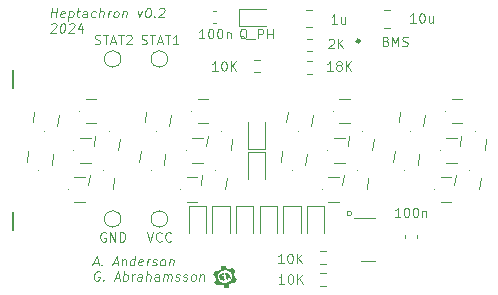
<source format=gbr>
%TF.GenerationSoftware,KiCad,Pcbnew,7.0.7*%
%TF.CreationDate,2024-05-19T19:47:01+02:00*%
%TF.ProjectId,Heptachron,48657074-6163-4687-926f-6e2e6b696361,rev?*%
%TF.SameCoordinates,Original*%
%TF.FileFunction,Legend,Top*%
%TF.FilePolarity,Positive*%
%FSLAX46Y46*%
G04 Gerber Fmt 4.6, Leading zero omitted, Abs format (unit mm)*
G04 Created by KiCad (PCBNEW 7.0.7) date 2024-05-19 19:47:01*
%MOMM*%
%LPD*%
G01*
G04 APERTURE LIST*
%ADD10C,0.000000*%
%ADD11C,0.125000*%
%ADD12C,0.127000*%
%ADD13C,0.120000*%
%ADD14C,0.254000*%
G04 APERTURE END LIST*
D10*
G36*
X145200000Y-111400000D02*
G01*
X145206602Y-111401126D01*
X145212516Y-111402750D01*
X145217695Y-111404887D01*
X145222094Y-111407552D01*
X145224154Y-111409405D01*
X145226159Y-111411874D01*
X145228105Y-111414917D01*
X145229987Y-111418494D01*
X145233545Y-111427088D01*
X145236797Y-111437330D01*
X145239709Y-111448896D01*
X145242247Y-111461462D01*
X145244376Y-111474703D01*
X145246061Y-111488294D01*
X145247268Y-111501910D01*
X145247963Y-111515228D01*
X145248110Y-111527922D01*
X145247677Y-111539668D01*
X145246627Y-111550141D01*
X145244926Y-111559018D01*
X145243821Y-111562755D01*
X145242541Y-111565972D01*
X145241080Y-111568627D01*
X145239436Y-111570680D01*
X145237932Y-111572125D01*
X145236350Y-111573538D01*
X145234702Y-111574911D01*
X145233003Y-111576236D01*
X145231264Y-111577505D01*
X145229501Y-111578711D01*
X145227725Y-111579846D01*
X145225950Y-111580902D01*
X145224190Y-111581872D01*
X145222459Y-111582748D01*
X145220768Y-111583523D01*
X145219132Y-111584188D01*
X145217564Y-111584736D01*
X145216078Y-111585160D01*
X145214686Y-111585452D01*
X145213403Y-111585604D01*
X145210625Y-111585833D01*
X145207278Y-111586188D01*
X145203488Y-111586652D01*
X145199382Y-111587207D01*
X145195088Y-111587835D01*
X145190734Y-111588518D01*
X145186447Y-111589238D01*
X145182354Y-111589977D01*
X145177557Y-111590748D01*
X145171253Y-111591560D01*
X145163711Y-111592389D01*
X145155201Y-111593210D01*
X145145989Y-111593998D01*
X145136345Y-111594730D01*
X145126539Y-111595380D01*
X145116838Y-111595925D01*
X145103401Y-111596967D01*
X145090527Y-111598685D01*
X145078227Y-111601052D01*
X145066513Y-111604041D01*
X145055395Y-111607624D01*
X145044885Y-111611774D01*
X145034994Y-111616463D01*
X145025733Y-111621663D01*
X145017114Y-111627348D01*
X145009147Y-111633490D01*
X145001844Y-111640061D01*
X144995216Y-111647034D01*
X144989275Y-111654381D01*
X144984031Y-111662076D01*
X144979495Y-111670090D01*
X144975680Y-111678396D01*
X144972596Y-111686967D01*
X144970255Y-111695775D01*
X144968667Y-111704792D01*
X144967844Y-111713992D01*
X144967797Y-111723347D01*
X144968538Y-111732829D01*
X144970077Y-111742411D01*
X144972425Y-111752066D01*
X144975595Y-111761765D01*
X144979597Y-111771483D01*
X144984443Y-111781190D01*
X144990143Y-111790860D01*
X144996709Y-111800465D01*
X145004152Y-111809977D01*
X145012484Y-111819370D01*
X145021715Y-111828616D01*
X145032364Y-111838140D01*
X145042945Y-111846532D01*
X145053393Y-111853785D01*
X145063645Y-111859893D01*
X145073634Y-111864849D01*
X145078511Y-111866893D01*
X145083298Y-111868647D01*
X145087987Y-111870110D01*
X145092570Y-111871280D01*
X145097040Y-111872158D01*
X145101388Y-111872742D01*
X145105605Y-111873031D01*
X145109685Y-111873026D01*
X145113618Y-111872724D01*
X145117398Y-111872125D01*
X145121015Y-111871228D01*
X145124462Y-111870033D01*
X145127730Y-111868538D01*
X145130812Y-111866743D01*
X145133699Y-111864647D01*
X145136384Y-111862249D01*
X145138858Y-111859548D01*
X145141114Y-111856543D01*
X145143142Y-111853235D01*
X145144936Y-111849621D01*
X145146487Y-111845701D01*
X145147786Y-111841474D01*
X145149406Y-111835267D01*
X145150703Y-111829770D01*
X145151619Y-111824919D01*
X145151917Y-111822716D01*
X145152098Y-111820651D01*
X145152154Y-111818715D01*
X145152079Y-111816900D01*
X145151866Y-111815199D01*
X145151507Y-111813603D01*
X145150994Y-111812105D01*
X145150321Y-111810696D01*
X145149480Y-111809369D01*
X145148464Y-111808115D01*
X145147266Y-111806926D01*
X145145879Y-111805795D01*
X145144294Y-111804712D01*
X145142506Y-111803672D01*
X145140506Y-111802664D01*
X145138288Y-111801682D01*
X145135844Y-111800717D01*
X145133166Y-111799761D01*
X145127083Y-111797845D01*
X145119981Y-111795869D01*
X145111800Y-111793770D01*
X145102484Y-111791484D01*
X145060413Y-111781281D01*
X145062775Y-111726556D01*
X145063332Y-111715386D01*
X145064017Y-111705407D01*
X145064873Y-111696550D01*
X145065946Y-111688751D01*
X145067279Y-111681943D01*
X145068918Y-111676060D01*
X145069866Y-111673444D01*
X145070908Y-111671035D01*
X145072047Y-111668824D01*
X145073292Y-111666802D01*
X145074645Y-111664962D01*
X145076115Y-111663295D01*
X145077705Y-111661794D01*
X145079422Y-111660448D01*
X145081271Y-111659252D01*
X145083257Y-111658195D01*
X145085387Y-111657270D01*
X145087666Y-111656468D01*
X145092692Y-111655202D01*
X145098380Y-111654331D01*
X145104775Y-111653788D01*
X145111922Y-111653508D01*
X145134682Y-111653172D01*
X145155104Y-111653314D01*
X145173324Y-111654021D01*
X145189479Y-111655376D01*
X145203707Y-111657467D01*
X145210140Y-111658814D01*
X145216143Y-111660377D01*
X145221732Y-111662166D01*
X145226925Y-111664192D01*
X145231739Y-111666466D01*
X145236190Y-111668998D01*
X145240297Y-111671799D01*
X145244075Y-111674880D01*
X145247543Y-111678251D01*
X145250717Y-111681922D01*
X145253614Y-111685906D01*
X145256252Y-111690212D01*
X145258647Y-111694850D01*
X145260817Y-111699833D01*
X145264550Y-111710871D01*
X145267587Y-111723412D01*
X145270066Y-111737540D01*
X145272122Y-111753342D01*
X145275855Y-111783525D01*
X145281128Y-111822627D01*
X145287242Y-111865594D01*
X145293494Y-111907372D01*
X145298178Y-111938232D01*
X145301446Y-111961881D01*
X145302530Y-111971377D01*
X145303237Y-111979520D01*
X145303561Y-111986461D01*
X145303493Y-111992350D01*
X145303028Y-111997336D01*
X145302156Y-112001570D01*
X145300871Y-112005202D01*
X145299166Y-112008382D01*
X145297033Y-112011259D01*
X145294465Y-112013985D01*
X145287994Y-112019579D01*
X145285279Y-112021598D01*
X145282270Y-112023481D01*
X145278965Y-112025230D01*
X145275359Y-112026845D01*
X145271450Y-112028327D01*
X145267233Y-112029676D01*
X145262705Y-112030893D01*
X145257864Y-112031979D01*
X145252704Y-112032935D01*
X145247224Y-112033761D01*
X145241419Y-112034458D01*
X145235286Y-112035027D01*
X145228822Y-112035468D01*
X145222022Y-112035782D01*
X145214885Y-112035970D01*
X145207405Y-112036032D01*
X145183743Y-112035812D01*
X145163912Y-112035211D01*
X145156083Y-112034797D01*
X145149992Y-112034322D01*
X145145898Y-112033799D01*
X145144682Y-112033522D01*
X145144061Y-112033237D01*
X145144061Y-112033238D01*
X145143499Y-112032919D01*
X145142452Y-112032543D01*
X145140947Y-112032113D01*
X145139011Y-112031635D01*
X145133951Y-112030554D01*
X145127486Y-112029337D01*
X145119832Y-112028024D01*
X145111201Y-112026652D01*
X145101808Y-112025259D01*
X145091868Y-112023885D01*
X145073315Y-112020829D01*
X145055262Y-112016687D01*
X145037731Y-112011476D01*
X145020748Y-112005215D01*
X145004335Y-111997922D01*
X144988518Y-111989614D01*
X144973318Y-111980311D01*
X144958762Y-111970029D01*
X144944871Y-111958787D01*
X144931671Y-111946603D01*
X144919185Y-111933494D01*
X144907437Y-111919481D01*
X144896451Y-111904579D01*
X144886251Y-111888807D01*
X144876860Y-111872184D01*
X144868303Y-111854727D01*
X144858843Y-111831725D01*
X144851174Y-111808327D01*
X144845276Y-111784658D01*
X144841131Y-111760840D01*
X144838720Y-111736997D01*
X144838024Y-111713252D01*
X144839024Y-111689727D01*
X144841702Y-111666547D01*
X144846038Y-111643834D01*
X144852014Y-111621712D01*
X144859611Y-111600303D01*
X144868810Y-111579731D01*
X144879592Y-111560119D01*
X144891939Y-111541590D01*
X144905831Y-111524267D01*
X144921251Y-111508274D01*
X144936464Y-111495172D01*
X144953864Y-111482406D01*
X144973086Y-111470098D01*
X144993762Y-111458371D01*
X145015527Y-111447347D01*
X145038015Y-111437148D01*
X145060860Y-111427899D01*
X145083694Y-111419720D01*
X145106154Y-111412734D01*
X145127871Y-111407065D01*
X145148480Y-111402834D01*
X145167616Y-111400165D01*
X145184911Y-111399179D01*
X145200000Y-111400000D01*
G37*
G36*
X145289151Y-110788241D02*
G01*
X145328006Y-110789809D01*
X145345142Y-110791055D01*
X145360248Y-110792613D01*
X145372948Y-110794483D01*
X145382865Y-110796670D01*
X145387955Y-110798167D01*
X145390293Y-110798939D01*
X145392504Y-110799751D01*
X145394597Y-110800620D01*
X145396580Y-110801565D01*
X145398464Y-110802604D01*
X145400255Y-110803755D01*
X145401963Y-110805037D01*
X145403596Y-110806466D01*
X145405164Y-110808062D01*
X145406675Y-110809843D01*
X145408137Y-110811826D01*
X145409560Y-110814030D01*
X145410952Y-110816473D01*
X145412321Y-110819173D01*
X145413677Y-110822148D01*
X145415028Y-110825416D01*
X145416383Y-110828996D01*
X145417750Y-110832905D01*
X145419138Y-110837162D01*
X145420557Y-110841784D01*
X145422014Y-110846790D01*
X145423518Y-110852199D01*
X145426704Y-110864293D01*
X145430183Y-110878213D01*
X145434026Y-110894103D01*
X145438301Y-110912109D01*
X145448517Y-110954023D01*
X145457640Y-110989032D01*
X145461480Y-111002803D01*
X145464675Y-111013475D01*
X145467098Y-111020589D01*
X145467982Y-111022670D01*
X145468627Y-111023689D01*
X145468938Y-111023931D01*
X145469349Y-111024184D01*
X145470462Y-111024726D01*
X145471941Y-111025308D01*
X145473765Y-111025927D01*
X145475908Y-111026575D01*
X145478349Y-111027249D01*
X145484029Y-111028650D01*
X145490619Y-111030086D01*
X145497932Y-111031514D01*
X145505782Y-111032891D01*
X145513984Y-111034175D01*
X145538896Y-111037978D01*
X145560332Y-111041621D01*
X145579321Y-111045369D01*
X145596895Y-111049483D01*
X145614085Y-111054226D01*
X145631921Y-111059862D01*
X145651435Y-111066652D01*
X145673658Y-111074860D01*
X145736446Y-111098493D01*
X145804935Y-111034242D01*
X145818905Y-111021336D01*
X145832347Y-111009295D01*
X145844937Y-110998384D01*
X145856353Y-110988865D01*
X145866271Y-110981004D01*
X145874367Y-110975062D01*
X145877631Y-110972893D01*
X145880318Y-110971303D01*
X145882388Y-110970325D01*
X145883801Y-110969992D01*
X145889442Y-110970483D01*
X145895897Y-110971926D01*
X145903108Y-110974274D01*
X145911021Y-110977479D01*
X145928723Y-110986275D01*
X145948553Y-110997937D01*
X145970062Y-111012091D01*
X145992800Y-111028361D01*
X146016317Y-111046371D01*
X146040164Y-111065745D01*
X146063891Y-111086109D01*
X146087047Y-111107085D01*
X146109184Y-111128299D01*
X146129851Y-111149374D01*
X146148599Y-111169936D01*
X146164978Y-111189608D01*
X146178538Y-111208015D01*
X146188831Y-111224782D01*
X146208519Y-111261392D01*
X146174206Y-111304680D01*
X146110243Y-111385456D01*
X146080592Y-111422944D01*
X146108691Y-111506408D01*
X146116180Y-111529684D01*
X146119442Y-111540726D01*
X146122401Y-111551488D01*
X146125073Y-111562057D01*
X146127472Y-111572520D01*
X146129613Y-111582965D01*
X146131510Y-111593479D01*
X146133179Y-111604149D01*
X146134633Y-111615062D01*
X146135888Y-111626307D01*
X146136958Y-111637969D01*
X146138604Y-111662898D01*
X146139687Y-111690547D01*
X146142583Y-111791220D01*
X146235133Y-111834105D01*
X146327683Y-111876990D01*
X146320957Y-111924939D01*
X146317827Y-111944260D01*
X146313869Y-111963519D01*
X146309093Y-111982701D01*
X146303507Y-112001788D01*
X146297119Y-112020761D01*
X146289939Y-112039605D01*
X146281973Y-112058302D01*
X146273233Y-112076834D01*
X146263725Y-112095183D01*
X146253458Y-112113333D01*
X146242442Y-112131267D01*
X146230684Y-112148966D01*
X146218193Y-112166414D01*
X146204978Y-112183593D01*
X146191047Y-112200485D01*
X146176410Y-112217074D01*
X146146747Y-112249592D01*
X146039933Y-112218040D01*
X145933120Y-112186489D01*
X145891424Y-112224158D01*
X145882019Y-112232373D01*
X145871435Y-112241117D01*
X145847510Y-112259675D01*
X145821200Y-112278797D01*
X145794058Y-112297446D01*
X145767635Y-112314583D01*
X145743484Y-112329174D01*
X145732745Y-112335190D01*
X145723156Y-112340180D01*
X145714911Y-112344014D01*
X145708205Y-112346564D01*
X145706516Y-112347118D01*
X145704927Y-112347683D01*
X145703434Y-112348267D01*
X145702038Y-112348879D01*
X145700734Y-112349527D01*
X145699522Y-112350220D01*
X145698400Y-112350968D01*
X145697366Y-112351777D01*
X145696417Y-112352658D01*
X145695553Y-112353619D01*
X145694772Y-112354668D01*
X145694070Y-112355814D01*
X145693448Y-112357065D01*
X145692902Y-112358431D01*
X145692431Y-112359921D01*
X145692033Y-112361541D01*
X145691707Y-112363302D01*
X145691449Y-112365212D01*
X145691259Y-112367280D01*
X145691135Y-112369514D01*
X145691075Y-112371923D01*
X145691076Y-112374515D01*
X145691138Y-112377300D01*
X145691258Y-112380286D01*
X145691434Y-112383481D01*
X145691665Y-112386894D01*
X145692283Y-112394410D01*
X145693096Y-112402902D01*
X145694091Y-112412440D01*
X145706838Y-112531441D01*
X145713225Y-112591065D01*
X145663832Y-112616095D01*
X145653009Y-112621365D01*
X145641169Y-112626751D01*
X145628696Y-112632102D01*
X145615974Y-112637265D01*
X145603387Y-112642090D01*
X145591319Y-112646424D01*
X145580152Y-112650117D01*
X145570272Y-112653017D01*
X145559681Y-112655483D01*
X145547105Y-112657754D01*
X145532808Y-112659819D01*
X145517051Y-112661668D01*
X145482216Y-112664676D01*
X145444706Y-112666695D01*
X145406629Y-112667642D01*
X145370092Y-112667435D01*
X145337201Y-112665991D01*
X145322782Y-112664779D01*
X145310064Y-112663228D01*
X145301418Y-112661883D01*
X145293199Y-112660456D01*
X145285599Y-112658989D01*
X145278808Y-112657527D01*
X145273016Y-112656112D01*
X145268416Y-112654790D01*
X145266622Y-112654176D01*
X145265197Y-112653602D01*
X145264165Y-112653073D01*
X145263551Y-112652593D01*
X145263022Y-112651631D01*
X145262242Y-112649682D01*
X145259993Y-112643042D01*
X145256927Y-112633099D01*
X145253165Y-112620279D01*
X145248830Y-112605008D01*
X145244046Y-112587712D01*
X145238935Y-112568817D01*
X145233620Y-112548748D01*
X145223170Y-112509801D01*
X145213985Y-112477280D01*
X145207059Y-112454586D01*
X145204752Y-112447986D01*
X145203383Y-112445118D01*
X145202921Y-112444700D01*
X145202373Y-112444284D01*
X145201732Y-112443867D01*
X145200994Y-112443450D01*
X145199208Y-112442609D01*
X145196979Y-112441753D01*
X145194267Y-112440874D01*
X145191036Y-112439963D01*
X145187248Y-112439012D01*
X145182865Y-112438012D01*
X145177850Y-112436956D01*
X145172164Y-112435836D01*
X145165771Y-112434642D01*
X145158632Y-112433368D01*
X145141969Y-112430542D01*
X145121872Y-112427293D01*
X145112669Y-112425631D01*
X145102350Y-112423408D01*
X145078913Y-112417465D01*
X145052664Y-112409832D01*
X145024705Y-112400876D01*
X144996138Y-112390966D01*
X144968065Y-112380469D01*
X144941589Y-112369753D01*
X144917810Y-112359185D01*
X144873346Y-112338284D01*
X144810649Y-112381707D01*
X144784415Y-112400006D01*
X144759334Y-112417731D01*
X144738249Y-112432858D01*
X144724003Y-112443364D01*
X144719875Y-112446478D01*
X144716164Y-112449167D01*
X144712785Y-112451426D01*
X144711192Y-112452392D01*
X144709650Y-112453249D01*
X144708147Y-112453995D01*
X144706673Y-112454630D01*
X144705217Y-112455154D01*
X144703768Y-112455564D01*
X144702315Y-112455861D01*
X144700848Y-112456044D01*
X144699356Y-112456113D01*
X144697828Y-112456065D01*
X144696253Y-112455902D01*
X144694621Y-112455621D01*
X144692920Y-112455222D01*
X144691140Y-112454705D01*
X144689270Y-112454069D01*
X144687300Y-112453313D01*
X144685218Y-112452436D01*
X144683013Y-112451437D01*
X144678195Y-112449073D01*
X144672757Y-112446215D01*
X144666615Y-112442855D01*
X144659682Y-112438990D01*
X144648248Y-112431928D01*
X144635949Y-112423121D01*
X144622935Y-112412738D01*
X144609356Y-112400948D01*
X144595363Y-112387921D01*
X144581106Y-112373826D01*
X144566737Y-112358832D01*
X144552406Y-112343108D01*
X144538264Y-112326825D01*
X144524461Y-112310152D01*
X144511149Y-112293257D01*
X144498477Y-112276311D01*
X144486597Y-112259482D01*
X144475659Y-112242940D01*
X144465814Y-112226855D01*
X144457212Y-112211395D01*
X144420703Y-112141919D01*
X144492751Y-112073353D01*
X144564799Y-112004786D01*
X144546674Y-111938440D01*
X144542931Y-111923016D01*
X144539243Y-111904572D01*
X144535704Y-111883803D01*
X144532408Y-111861402D01*
X144529451Y-111838062D01*
X144526928Y-111814478D01*
X144524933Y-111791342D01*
X144523562Y-111769348D01*
X144521391Y-111724629D01*
X144730486Y-111724629D01*
X144730669Y-111741308D01*
X144731189Y-111757259D01*
X144732064Y-111772559D01*
X144733312Y-111787287D01*
X144734953Y-111801521D01*
X144737006Y-111815340D01*
X144739489Y-111828821D01*
X144742422Y-111842044D01*
X144745822Y-111855086D01*
X144749710Y-111868025D01*
X144754104Y-111880941D01*
X144759023Y-111893910D01*
X144764485Y-111907012D01*
X144770511Y-111920325D01*
X144777117Y-111933926D01*
X144784324Y-111947895D01*
X144791692Y-111961242D01*
X144799527Y-111974365D01*
X144807817Y-111987256D01*
X144816551Y-111999907D01*
X144835308Y-112024459D01*
X144855709Y-112047963D01*
X144877665Y-112070358D01*
X144901088Y-112091584D01*
X144925889Y-112111582D01*
X144951980Y-112130291D01*
X144979271Y-112147652D01*
X145007675Y-112163604D01*
X145037101Y-112178089D01*
X145067463Y-112191045D01*
X145098671Y-112202413D01*
X145130636Y-112212134D01*
X145163270Y-112220146D01*
X145196484Y-112226391D01*
X145203651Y-112227598D01*
X145210492Y-112228870D01*
X145216847Y-112230170D01*
X145222555Y-112231459D01*
X145227455Y-112232700D01*
X145231386Y-112233852D01*
X145234187Y-112234879D01*
X145235113Y-112235333D01*
X145235697Y-112235741D01*
X145236973Y-112236418D01*
X145239208Y-112236982D01*
X145246333Y-112237783D01*
X145256622Y-112238175D01*
X145269626Y-112238188D01*
X145301977Y-112237197D01*
X145339787Y-112235054D01*
X145379460Y-112231998D01*
X145417396Y-112228271D01*
X145449998Y-112224116D01*
X145463174Y-112221952D01*
X145473667Y-112219772D01*
X145473666Y-112219772D01*
X145485689Y-112216416D01*
X145500575Y-112211534D01*
X145517738Y-112205357D01*
X145536587Y-112198118D01*
X145556536Y-112190049D01*
X145576996Y-112181381D01*
X145597378Y-112172348D01*
X145617095Y-112163182D01*
X145646187Y-112148314D01*
X145674388Y-112131936D01*
X145701621Y-112114141D01*
X145727806Y-112095019D01*
X145752865Y-112074665D01*
X145776718Y-112053169D01*
X145799287Y-112030625D01*
X145820492Y-112007124D01*
X145840256Y-111982758D01*
X145858498Y-111957620D01*
X145875140Y-111931802D01*
X145890103Y-111905396D01*
X145903308Y-111878495D01*
X145914676Y-111851190D01*
X145924128Y-111823574D01*
X145931585Y-111795739D01*
X145934250Y-111782752D01*
X145936501Y-111768809D01*
X145938342Y-111754053D01*
X145939776Y-111738628D01*
X145940807Y-111722680D01*
X145941436Y-111706351D01*
X145941668Y-111689787D01*
X145941506Y-111673132D01*
X145940952Y-111656529D01*
X145940010Y-111640123D01*
X145938682Y-111624059D01*
X145936973Y-111608480D01*
X145934885Y-111593531D01*
X145932420Y-111579356D01*
X145929583Y-111566099D01*
X145926377Y-111553905D01*
X145921165Y-111537275D01*
X145915313Y-111520878D01*
X145908831Y-111504723D01*
X145901732Y-111488821D01*
X145894025Y-111473181D01*
X145885724Y-111457812D01*
X145876838Y-111442725D01*
X145867379Y-111427930D01*
X145846790Y-111399252D01*
X145824046Y-111371856D01*
X145799238Y-111345821D01*
X145772458Y-111321225D01*
X145743795Y-111298145D01*
X145713340Y-111276659D01*
X145681186Y-111256846D01*
X145647421Y-111238784D01*
X145612137Y-111222551D01*
X145575425Y-111208225D01*
X145537375Y-111195884D01*
X145498079Y-111185605D01*
X145487145Y-111183506D01*
X145474044Y-111181714D01*
X145459069Y-111180228D01*
X145442512Y-111179047D01*
X145405819Y-111177585D01*
X145366302Y-111177310D01*
X145326297Y-111178204D01*
X145288141Y-111180250D01*
X145254171Y-111183428D01*
X145239485Y-111185436D01*
X145226722Y-111187721D01*
X145199858Y-111193808D01*
X145173496Y-111200834D01*
X145147659Y-111208775D01*
X145122370Y-111217606D01*
X145097653Y-111227301D01*
X145073529Y-111237835D01*
X145050023Y-111249184D01*
X145027157Y-111261323D01*
X144983439Y-111287869D01*
X144942560Y-111317274D01*
X144904703Y-111349339D01*
X144886966Y-111366306D01*
X144870054Y-111383862D01*
X144853990Y-111401984D01*
X144838798Y-111420646D01*
X144824499Y-111439823D01*
X144811118Y-111459490D01*
X144798677Y-111479622D01*
X144787199Y-111500194D01*
X144776708Y-111521181D01*
X144767226Y-111542558D01*
X144758777Y-111564301D01*
X144751384Y-111586384D01*
X144745070Y-111608782D01*
X144739857Y-111631471D01*
X144735769Y-111654425D01*
X144732829Y-111677619D01*
X144731061Y-111701029D01*
X144730486Y-111724629D01*
X144521391Y-111724629D01*
X144518574Y-111666601D01*
X144461914Y-111629481D01*
X144421269Y-111602789D01*
X144404943Y-111591871D01*
X144391052Y-111582296D01*
X144379426Y-111573858D01*
X144369892Y-111566351D01*
X144362280Y-111559567D01*
X144356417Y-111553300D01*
X144354088Y-111550296D01*
X144352132Y-111547344D01*
X144350528Y-111544418D01*
X144349255Y-111541492D01*
X144348290Y-111538540D01*
X144347612Y-111535538D01*
X144347201Y-111532457D01*
X144347034Y-111529274D01*
X144347347Y-111522495D01*
X144348382Y-111514994D01*
X144351928Y-111496999D01*
X144356746Y-111477648D01*
X144363551Y-111456361D01*
X144372103Y-111433551D01*
X144382160Y-111409632D01*
X144393482Y-111385018D01*
X144405827Y-111360121D01*
X144418956Y-111335355D01*
X144432627Y-111311135D01*
X144446600Y-111287873D01*
X144460634Y-111265983D01*
X144474487Y-111245879D01*
X144487920Y-111227974D01*
X144500692Y-111212682D01*
X144512561Y-111200417D01*
X144523287Y-111191592D01*
X144528146Y-111188598D01*
X144532629Y-111186620D01*
X144533598Y-111186390D01*
X144534800Y-111186278D01*
X144537870Y-111186396D01*
X144541784Y-111186952D01*
X144546483Y-111187928D01*
X144551912Y-111189303D01*
X144558013Y-111191058D01*
X144564730Y-111193173D01*
X144572005Y-111195629D01*
X144579783Y-111198404D01*
X144588005Y-111201481D01*
X144596616Y-111204838D01*
X144605558Y-111208457D01*
X144614774Y-111212317D01*
X144624208Y-111216399D01*
X144633803Y-111220683D01*
X144643502Y-111225149D01*
X144737873Y-111269277D01*
X144783230Y-111229333D01*
X144793945Y-111220374D01*
X144807040Y-111210209D01*
X144822008Y-111199190D01*
X144838340Y-111187668D01*
X144855529Y-111175995D01*
X144873065Y-111164523D01*
X144890440Y-111153603D01*
X144907147Y-111143587D01*
X144930884Y-111129577D01*
X144940696Y-111123598D01*
X144949239Y-111118203D01*
X144956591Y-111113316D01*
X144962827Y-111108863D01*
X144968025Y-111104768D01*
X144972262Y-111100957D01*
X144975614Y-111097355D01*
X144978157Y-111093887D01*
X144979970Y-111090478D01*
X144981128Y-111087052D01*
X144981708Y-111083535D01*
X144981788Y-111079851D01*
X144981443Y-111075927D01*
X144980751Y-111071686D01*
X144979627Y-111064901D01*
X144978330Y-111055587D01*
X144976907Y-111044164D01*
X144975403Y-111031048D01*
X144972337Y-111001403D01*
X144969503Y-110969992D01*
X144966709Y-110939380D01*
X144963749Y-110911915D01*
X144960979Y-110890600D01*
X144959775Y-110883187D01*
X144958750Y-110878439D01*
X144958463Y-110876477D01*
X144958650Y-110874387D01*
X144959293Y-110872176D01*
X144960377Y-110869854D01*
X144961883Y-110867431D01*
X144963796Y-110864917D01*
X144966099Y-110862320D01*
X144968775Y-110859650D01*
X144971807Y-110856918D01*
X144975178Y-110854131D01*
X144982870Y-110848433D01*
X144991717Y-110842634D01*
X145001586Y-110836807D01*
X145012340Y-110831030D01*
X145023847Y-110825378D01*
X145035972Y-110819926D01*
X145048579Y-110814750D01*
X145061535Y-110809926D01*
X145074705Y-110805529D01*
X145087956Y-110801635D01*
X145101151Y-110798320D01*
X145113266Y-110796004D01*
X145127871Y-110793974D01*
X145163044Y-110790775D01*
X145203657Y-110788742D01*
X145246697Y-110787891D01*
X145289151Y-110788241D01*
G37*
G36*
X145444843Y-111383577D02*
G01*
X145458489Y-111384573D01*
X145471994Y-111386236D01*
X145485361Y-111388570D01*
X145498594Y-111391576D01*
X145511695Y-111395259D01*
X145524667Y-111399620D01*
X145537514Y-111404664D01*
X145550239Y-111410392D01*
X145562845Y-111416807D01*
X145575335Y-111423913D01*
X145587713Y-111431712D01*
X145599980Y-111440207D01*
X145612141Y-111449401D01*
X145624199Y-111459297D01*
X145636156Y-111469898D01*
X145648017Y-111481207D01*
X145659783Y-111493226D01*
X145671458Y-111505958D01*
X145683046Y-111519407D01*
X145705970Y-111548464D01*
X145728580Y-111580422D01*
X145750902Y-111615301D01*
X145772960Y-111653126D01*
X145794780Y-111693920D01*
X145816386Y-111737706D01*
X145826279Y-111758974D01*
X145834005Y-111776715D01*
X145837098Y-111784430D01*
X145839702Y-111791464D01*
X145841833Y-111797884D01*
X145843509Y-111803757D01*
X145844747Y-111809151D01*
X145845564Y-111814132D01*
X145845979Y-111818767D01*
X145846007Y-111823123D01*
X145845668Y-111827268D01*
X145844977Y-111831268D01*
X145843952Y-111835191D01*
X145842611Y-111839103D01*
X145840090Y-111844643D01*
X145836552Y-111850822D01*
X145832133Y-111857502D01*
X145826966Y-111864547D01*
X145821188Y-111871817D01*
X145814932Y-111879177D01*
X145808334Y-111886490D01*
X145801529Y-111893616D01*
X145794651Y-111900421D01*
X145787835Y-111906765D01*
X145781216Y-111912512D01*
X145774930Y-111917525D01*
X145769110Y-111921666D01*
X145763891Y-111924798D01*
X145761550Y-111925942D01*
X145759409Y-111926783D01*
X145757486Y-111927303D01*
X145755798Y-111927485D01*
X145755247Y-111927403D01*
X145754641Y-111927153D01*
X145753985Y-111926740D01*
X145753279Y-111926167D01*
X145752527Y-111925440D01*
X145751729Y-111924562D01*
X145750008Y-111922370D01*
X145748134Y-111919625D01*
X145746123Y-111916360D01*
X145743993Y-111912609D01*
X145741761Y-111908404D01*
X145739444Y-111903780D01*
X145737059Y-111898769D01*
X145734624Y-111893405D01*
X145732155Y-111887721D01*
X145729670Y-111881751D01*
X145727186Y-111875528D01*
X145724721Y-111869086D01*
X145722291Y-111862457D01*
X145717687Y-111850022D01*
X145713231Y-111838884D01*
X145708859Y-111828993D01*
X145704505Y-111820301D01*
X145700106Y-111812757D01*
X145697870Y-111809400D01*
X145695598Y-111806312D01*
X145693283Y-111803486D01*
X145690916Y-111800915D01*
X145688490Y-111798595D01*
X145685996Y-111796519D01*
X145683427Y-111794679D01*
X145680774Y-111793071D01*
X145678030Y-111791688D01*
X145675186Y-111790524D01*
X145672234Y-111789572D01*
X145669167Y-111788827D01*
X145665976Y-111788282D01*
X145662654Y-111787930D01*
X145659191Y-111787767D01*
X145655581Y-111787785D01*
X145647885Y-111788340D01*
X145639501Y-111789548D01*
X145630366Y-111791357D01*
X145621416Y-111793497D01*
X145617347Y-111794624D01*
X145613545Y-111795803D01*
X145610008Y-111797044D01*
X145606732Y-111798359D01*
X145603715Y-111799757D01*
X145600954Y-111801250D01*
X145598447Y-111802847D01*
X145596191Y-111804560D01*
X145594183Y-111806400D01*
X145592421Y-111808376D01*
X145590901Y-111810499D01*
X145589622Y-111812781D01*
X145588580Y-111815231D01*
X145587773Y-111817860D01*
X145587198Y-111820679D01*
X145586852Y-111823699D01*
X145586733Y-111826929D01*
X145586839Y-111830381D01*
X145587165Y-111834065D01*
X145587710Y-111837993D01*
X145588471Y-111842173D01*
X145589446Y-111846618D01*
X145590631Y-111851337D01*
X145592024Y-111856341D01*
X145595422Y-111867248D01*
X145599620Y-111879424D01*
X145604596Y-111892952D01*
X145609603Y-111906858D01*
X145613954Y-111920150D01*
X145617578Y-111932515D01*
X145620402Y-111943640D01*
X145622353Y-111953209D01*
X145622979Y-111957312D01*
X145623360Y-111960909D01*
X145623486Y-111963961D01*
X145623349Y-111966428D01*
X145622939Y-111968270D01*
X145622630Y-111968945D01*
X145622248Y-111969450D01*
X145621203Y-111970317D01*
X145619828Y-111971167D01*
X145616161Y-111972812D01*
X145611387Y-111974370D01*
X145605647Y-111975826D01*
X145599080Y-111977168D01*
X145591829Y-111978381D01*
X145584032Y-111979451D01*
X145575830Y-111980364D01*
X145567364Y-111981106D01*
X145558773Y-111981664D01*
X145550199Y-111982023D01*
X145541782Y-111982169D01*
X145533662Y-111982089D01*
X145525979Y-111981769D01*
X145518874Y-111981194D01*
X145512487Y-111980350D01*
X145512487Y-111980351D01*
X145510849Y-111980031D01*
X145509254Y-111979612D01*
X145507699Y-111979086D01*
X145506178Y-111978444D01*
X145504688Y-111977678D01*
X145503225Y-111976779D01*
X145501783Y-111975738D01*
X145500359Y-111974548D01*
X145498948Y-111973199D01*
X145497546Y-111971684D01*
X145496148Y-111969994D01*
X145494750Y-111968120D01*
X145493348Y-111966055D01*
X145491937Y-111963788D01*
X145490513Y-111961313D01*
X145489071Y-111958621D01*
X145487607Y-111955703D01*
X145486117Y-111952550D01*
X145484597Y-111949155D01*
X145483042Y-111945509D01*
X145481447Y-111941603D01*
X145479808Y-111937429D01*
X145476382Y-111928243D01*
X145472728Y-111917884D01*
X145468812Y-111906283D01*
X145464599Y-111893374D01*
X145460052Y-111879088D01*
X145438994Y-111808078D01*
X145418894Y-111732667D01*
X145400524Y-111656609D01*
X145384651Y-111583659D01*
X145381542Y-111567360D01*
X145495145Y-111567360D01*
X145495193Y-111573875D01*
X145495375Y-111581309D01*
X145495661Y-111589730D01*
X145496020Y-111596646D01*
X145496581Y-111603266D01*
X145497344Y-111609589D01*
X145498310Y-111615616D01*
X145499478Y-111621346D01*
X145500849Y-111626780D01*
X145502423Y-111631919D01*
X145504201Y-111636761D01*
X145506181Y-111641307D01*
X145508365Y-111645558D01*
X145510752Y-111649513D01*
X145513344Y-111653172D01*
X145516139Y-111656536D01*
X145519138Y-111659605D01*
X145522342Y-111662378D01*
X145525750Y-111664857D01*
X145529363Y-111667041D01*
X145533181Y-111668930D01*
X145537204Y-111670524D01*
X145541431Y-111671823D01*
X145545865Y-111672828D01*
X145550504Y-111673539D01*
X145555348Y-111673956D01*
X145560398Y-111674078D01*
X145565655Y-111673906D01*
X145571117Y-111673441D01*
X145576787Y-111672681D01*
X145582662Y-111671628D01*
X145588744Y-111670282D01*
X145595034Y-111668642D01*
X145601530Y-111666709D01*
X145608234Y-111664482D01*
X145612225Y-111663017D01*
X145615936Y-111661501D01*
X145619366Y-111659930D01*
X145622514Y-111658301D01*
X145625381Y-111656611D01*
X145627964Y-111654856D01*
X145630264Y-111653033D01*
X145632281Y-111651138D01*
X145634013Y-111649168D01*
X145635460Y-111647120D01*
X145636622Y-111644990D01*
X145637499Y-111642775D01*
X145638088Y-111640472D01*
X145638391Y-111638076D01*
X145638406Y-111635586D01*
X145638134Y-111632997D01*
X145637573Y-111630306D01*
X145636722Y-111627510D01*
X145635582Y-111624605D01*
X145634152Y-111621588D01*
X145632431Y-111618455D01*
X145630419Y-111615204D01*
X145628116Y-111611830D01*
X145625520Y-111608331D01*
X145622631Y-111604703D01*
X145619448Y-111600943D01*
X145615972Y-111597047D01*
X145612202Y-111593011D01*
X145608136Y-111588834D01*
X145603776Y-111584510D01*
X145599119Y-111580037D01*
X145594165Y-111575412D01*
X145587896Y-111569717D01*
X145581981Y-111564524D01*
X145576392Y-111559818D01*
X145571104Y-111555585D01*
X145566088Y-111551809D01*
X145561317Y-111548477D01*
X145556763Y-111545573D01*
X145552401Y-111543084D01*
X145548201Y-111540994D01*
X145544138Y-111539290D01*
X145540184Y-111537955D01*
X145536311Y-111536977D01*
X145532492Y-111536340D01*
X145528701Y-111536029D01*
X145524909Y-111536031D01*
X145521090Y-111536331D01*
X145516524Y-111536898D01*
X145512502Y-111537527D01*
X145510685Y-111537885D01*
X145508992Y-111538282D01*
X145507420Y-111538728D01*
X145505963Y-111539231D01*
X145504619Y-111539798D01*
X145503384Y-111540438D01*
X145502253Y-111541160D01*
X145501222Y-111541971D01*
X145500288Y-111542880D01*
X145499447Y-111543895D01*
X145498694Y-111545025D01*
X145498026Y-111546277D01*
X145497439Y-111547660D01*
X145496929Y-111549182D01*
X145496492Y-111550852D01*
X145496124Y-111552677D01*
X145495821Y-111554666D01*
X145495579Y-111556827D01*
X145495395Y-111559169D01*
X145495264Y-111561700D01*
X145495145Y-111567360D01*
X145381542Y-111567360D01*
X145372045Y-111517573D01*
X145363475Y-111462105D01*
X145360944Y-111439527D01*
X145359711Y-111421012D01*
X145359871Y-111407029D01*
X145361521Y-111398047D01*
X145361954Y-111397049D01*
X145362473Y-111396091D01*
X145363082Y-111395173D01*
X145363783Y-111394293D01*
X145364578Y-111393452D01*
X145365470Y-111392649D01*
X145366461Y-111391882D01*
X145367555Y-111391153D01*
X145368753Y-111390460D01*
X145370058Y-111389802D01*
X145371472Y-111389180D01*
X145372999Y-111388592D01*
X145374641Y-111388038D01*
X145376400Y-111387517D01*
X145378279Y-111387029D01*
X145380281Y-111386574D01*
X145382407Y-111386151D01*
X145384661Y-111385758D01*
X145387046Y-111385397D01*
X145389563Y-111385066D01*
X145395005Y-111384491D01*
X145401010Y-111384031D01*
X145407596Y-111383681D01*
X145414785Y-111383436D01*
X145422598Y-111383293D01*
X145431054Y-111383246D01*
X145444843Y-111383577D01*
G37*
D11*
X158939378Y-91776547D02*
X159053664Y-91814642D01*
X159053664Y-91814642D02*
X159091759Y-91852738D01*
X159091759Y-91852738D02*
X159129855Y-91928928D01*
X159129855Y-91928928D02*
X159129855Y-92043214D01*
X159129855Y-92043214D02*
X159091759Y-92119404D01*
X159091759Y-92119404D02*
X159053664Y-92157500D01*
X159053664Y-92157500D02*
X158977474Y-92195595D01*
X158977474Y-92195595D02*
X158672712Y-92195595D01*
X158672712Y-92195595D02*
X158672712Y-91395595D01*
X158672712Y-91395595D02*
X158939378Y-91395595D01*
X158939378Y-91395595D02*
X159015569Y-91433690D01*
X159015569Y-91433690D02*
X159053664Y-91471785D01*
X159053664Y-91471785D02*
X159091759Y-91547976D01*
X159091759Y-91547976D02*
X159091759Y-91624166D01*
X159091759Y-91624166D02*
X159053664Y-91700357D01*
X159053664Y-91700357D02*
X159015569Y-91738452D01*
X159015569Y-91738452D02*
X158939378Y-91776547D01*
X158939378Y-91776547D02*
X158672712Y-91776547D01*
X159472712Y-92195595D02*
X159472712Y-91395595D01*
X159472712Y-91395595D02*
X159739378Y-91967023D01*
X159739378Y-91967023D02*
X160006045Y-91395595D01*
X160006045Y-91395595D02*
X160006045Y-92195595D01*
X160348902Y-92157500D02*
X160463188Y-92195595D01*
X160463188Y-92195595D02*
X160653664Y-92195595D01*
X160653664Y-92195595D02*
X160729855Y-92157500D01*
X160729855Y-92157500D02*
X160767950Y-92119404D01*
X160767950Y-92119404D02*
X160806045Y-92043214D01*
X160806045Y-92043214D02*
X160806045Y-91967023D01*
X160806045Y-91967023D02*
X160767950Y-91890833D01*
X160767950Y-91890833D02*
X160729855Y-91852738D01*
X160729855Y-91852738D02*
X160653664Y-91814642D01*
X160653664Y-91814642D02*
X160501283Y-91776547D01*
X160501283Y-91776547D02*
X160425093Y-91738452D01*
X160425093Y-91738452D02*
X160386998Y-91700357D01*
X160386998Y-91700357D02*
X160348902Y-91624166D01*
X160348902Y-91624166D02*
X160348902Y-91547976D01*
X160348902Y-91547976D02*
X160386998Y-91471785D01*
X160386998Y-91471785D02*
X160425093Y-91433690D01*
X160425093Y-91433690D02*
X160501283Y-91395595D01*
X160501283Y-91395595D02*
X160691760Y-91395595D01*
X160691760Y-91395595D02*
X160806045Y-91433690D01*
X130567950Y-89757595D02*
X130667950Y-88957595D01*
X130620331Y-89338547D02*
X131077474Y-89338547D01*
X131025093Y-89757595D02*
X131125093Y-88957595D01*
X131715569Y-89719500D02*
X131634616Y-89757595D01*
X131634616Y-89757595D02*
X131482235Y-89757595D01*
X131482235Y-89757595D02*
X131410807Y-89719500D01*
X131410807Y-89719500D02*
X131382235Y-89643309D01*
X131382235Y-89643309D02*
X131420331Y-89338547D01*
X131420331Y-89338547D02*
X131467950Y-89262357D01*
X131467950Y-89262357D02*
X131548902Y-89224261D01*
X131548902Y-89224261D02*
X131701283Y-89224261D01*
X131701283Y-89224261D02*
X131772711Y-89262357D01*
X131772711Y-89262357D02*
X131801283Y-89338547D01*
X131801283Y-89338547D02*
X131791759Y-89414738D01*
X131791759Y-89414738D02*
X131401283Y-89490928D01*
X132158425Y-89224261D02*
X132058425Y-90024261D01*
X132153664Y-89262357D02*
X132234616Y-89224261D01*
X132234616Y-89224261D02*
X132386997Y-89224261D01*
X132386997Y-89224261D02*
X132458425Y-89262357D01*
X132458425Y-89262357D02*
X132491759Y-89300452D01*
X132491759Y-89300452D02*
X132520330Y-89376642D01*
X132520330Y-89376642D02*
X132491759Y-89605214D01*
X132491759Y-89605214D02*
X132444140Y-89681404D01*
X132444140Y-89681404D02*
X132401283Y-89719500D01*
X132401283Y-89719500D02*
X132320330Y-89757595D01*
X132320330Y-89757595D02*
X132167949Y-89757595D01*
X132167949Y-89757595D02*
X132096521Y-89719500D01*
X132767950Y-89224261D02*
X133072712Y-89224261D01*
X132915569Y-88957595D02*
X132829855Y-89643309D01*
X132829855Y-89643309D02*
X132858426Y-89719500D01*
X132858426Y-89719500D02*
X132929855Y-89757595D01*
X132929855Y-89757595D02*
X133006045Y-89757595D01*
X133615569Y-89757595D02*
X133667950Y-89338547D01*
X133667950Y-89338547D02*
X133639378Y-89262357D01*
X133639378Y-89262357D02*
X133567950Y-89224261D01*
X133567950Y-89224261D02*
X133415569Y-89224261D01*
X133415569Y-89224261D02*
X133334617Y-89262357D01*
X133620331Y-89719500D02*
X133539378Y-89757595D01*
X133539378Y-89757595D02*
X133348902Y-89757595D01*
X133348902Y-89757595D02*
X133277474Y-89719500D01*
X133277474Y-89719500D02*
X133248902Y-89643309D01*
X133248902Y-89643309D02*
X133258426Y-89567119D01*
X133258426Y-89567119D02*
X133306045Y-89490928D01*
X133306045Y-89490928D02*
X133386998Y-89452833D01*
X133386998Y-89452833D02*
X133577474Y-89452833D01*
X133577474Y-89452833D02*
X133658426Y-89414738D01*
X134344141Y-89719500D02*
X134263188Y-89757595D01*
X134263188Y-89757595D02*
X134110808Y-89757595D01*
X134110808Y-89757595D02*
X134039379Y-89719500D01*
X134039379Y-89719500D02*
X134006046Y-89681404D01*
X134006046Y-89681404D02*
X133977474Y-89605214D01*
X133977474Y-89605214D02*
X134006046Y-89376642D01*
X134006046Y-89376642D02*
X134053665Y-89300452D01*
X134053665Y-89300452D02*
X134096522Y-89262357D01*
X134096522Y-89262357D02*
X134177474Y-89224261D01*
X134177474Y-89224261D02*
X134329855Y-89224261D01*
X134329855Y-89224261D02*
X134401284Y-89262357D01*
X134682236Y-89757595D02*
X134782236Y-88957595D01*
X135025093Y-89757595D02*
X135077474Y-89338547D01*
X135077474Y-89338547D02*
X135048902Y-89262357D01*
X135048902Y-89262357D02*
X134977474Y-89224261D01*
X134977474Y-89224261D02*
X134863188Y-89224261D01*
X134863188Y-89224261D02*
X134782236Y-89262357D01*
X134782236Y-89262357D02*
X134739379Y-89300452D01*
X135406046Y-89757595D02*
X135472712Y-89224261D01*
X135453665Y-89376642D02*
X135501284Y-89300452D01*
X135501284Y-89300452D02*
X135544141Y-89262357D01*
X135544141Y-89262357D02*
X135625093Y-89224261D01*
X135625093Y-89224261D02*
X135701284Y-89224261D01*
X136015570Y-89757595D02*
X135944141Y-89719500D01*
X135944141Y-89719500D02*
X135910808Y-89681404D01*
X135910808Y-89681404D02*
X135882236Y-89605214D01*
X135882236Y-89605214D02*
X135910808Y-89376642D01*
X135910808Y-89376642D02*
X135958427Y-89300452D01*
X135958427Y-89300452D02*
X136001284Y-89262357D01*
X136001284Y-89262357D02*
X136082236Y-89224261D01*
X136082236Y-89224261D02*
X136196522Y-89224261D01*
X136196522Y-89224261D02*
X136267950Y-89262357D01*
X136267950Y-89262357D02*
X136301284Y-89300452D01*
X136301284Y-89300452D02*
X136329855Y-89376642D01*
X136329855Y-89376642D02*
X136301284Y-89605214D01*
X136301284Y-89605214D02*
X136253665Y-89681404D01*
X136253665Y-89681404D02*
X136210808Y-89719500D01*
X136210808Y-89719500D02*
X136129855Y-89757595D01*
X136129855Y-89757595D02*
X136015570Y-89757595D01*
X136691760Y-89224261D02*
X136625094Y-89757595D01*
X136682237Y-89300452D02*
X136725094Y-89262357D01*
X136725094Y-89262357D02*
X136806046Y-89224261D01*
X136806046Y-89224261D02*
X136920332Y-89224261D01*
X136920332Y-89224261D02*
X136991760Y-89262357D01*
X136991760Y-89262357D02*
X137020332Y-89338547D01*
X137020332Y-89338547D02*
X136967951Y-89757595D01*
X137948904Y-89224261D02*
X138072714Y-89757595D01*
X138072714Y-89757595D02*
X138329856Y-89224261D01*
X138820333Y-88957595D02*
X138896523Y-88957595D01*
X138896523Y-88957595D02*
X138967952Y-88995690D01*
X138967952Y-88995690D02*
X139001285Y-89033785D01*
X139001285Y-89033785D02*
X139029857Y-89109976D01*
X139029857Y-89109976D02*
X139048904Y-89262357D01*
X139048904Y-89262357D02*
X139025095Y-89452833D01*
X139025095Y-89452833D02*
X138967952Y-89605214D01*
X138967952Y-89605214D02*
X138920333Y-89681404D01*
X138920333Y-89681404D02*
X138877476Y-89719500D01*
X138877476Y-89719500D02*
X138796523Y-89757595D01*
X138796523Y-89757595D02*
X138720333Y-89757595D01*
X138720333Y-89757595D02*
X138648904Y-89719500D01*
X138648904Y-89719500D02*
X138615571Y-89681404D01*
X138615571Y-89681404D02*
X138586999Y-89605214D01*
X138586999Y-89605214D02*
X138567952Y-89452833D01*
X138567952Y-89452833D02*
X138591761Y-89262357D01*
X138591761Y-89262357D02*
X138648904Y-89109976D01*
X138648904Y-89109976D02*
X138696523Y-89033785D01*
X138696523Y-89033785D02*
X138739380Y-88995690D01*
X138739380Y-88995690D02*
X138820333Y-88957595D01*
X139339381Y-89681404D02*
X139372714Y-89719500D01*
X139372714Y-89719500D02*
X139329857Y-89757595D01*
X139329857Y-89757595D02*
X139296523Y-89719500D01*
X139296523Y-89719500D02*
X139339381Y-89681404D01*
X139339381Y-89681404D02*
X139329857Y-89757595D01*
X139763190Y-89033785D02*
X139806047Y-88995690D01*
X139806047Y-88995690D02*
X139886999Y-88957595D01*
X139886999Y-88957595D02*
X140077475Y-88957595D01*
X140077475Y-88957595D02*
X140148904Y-88995690D01*
X140148904Y-88995690D02*
X140182237Y-89033785D01*
X140182237Y-89033785D02*
X140210809Y-89109976D01*
X140210809Y-89109976D02*
X140201285Y-89186166D01*
X140201285Y-89186166D02*
X140148904Y-89300452D01*
X140148904Y-89300452D02*
X139634618Y-89757595D01*
X139634618Y-89757595D02*
X140129856Y-89757595D01*
X130620331Y-90321785D02*
X130663188Y-90283690D01*
X130663188Y-90283690D02*
X130744140Y-90245595D01*
X130744140Y-90245595D02*
X130934616Y-90245595D01*
X130934616Y-90245595D02*
X131006045Y-90283690D01*
X131006045Y-90283690D02*
X131039378Y-90321785D01*
X131039378Y-90321785D02*
X131067950Y-90397976D01*
X131067950Y-90397976D02*
X131058426Y-90474166D01*
X131058426Y-90474166D02*
X131006045Y-90588452D01*
X131006045Y-90588452D02*
X130491759Y-91045595D01*
X130491759Y-91045595D02*
X130986997Y-91045595D01*
X131582236Y-90245595D02*
X131658426Y-90245595D01*
X131658426Y-90245595D02*
X131729855Y-90283690D01*
X131729855Y-90283690D02*
X131763188Y-90321785D01*
X131763188Y-90321785D02*
X131791760Y-90397976D01*
X131791760Y-90397976D02*
X131810807Y-90550357D01*
X131810807Y-90550357D02*
X131786998Y-90740833D01*
X131786998Y-90740833D02*
X131729855Y-90893214D01*
X131729855Y-90893214D02*
X131682236Y-90969404D01*
X131682236Y-90969404D02*
X131639379Y-91007500D01*
X131639379Y-91007500D02*
X131558426Y-91045595D01*
X131558426Y-91045595D02*
X131482236Y-91045595D01*
X131482236Y-91045595D02*
X131410807Y-91007500D01*
X131410807Y-91007500D02*
X131377474Y-90969404D01*
X131377474Y-90969404D02*
X131348902Y-90893214D01*
X131348902Y-90893214D02*
X131329855Y-90740833D01*
X131329855Y-90740833D02*
X131353664Y-90550357D01*
X131353664Y-90550357D02*
X131410807Y-90397976D01*
X131410807Y-90397976D02*
X131458426Y-90321785D01*
X131458426Y-90321785D02*
X131501283Y-90283690D01*
X131501283Y-90283690D02*
X131582236Y-90245595D01*
X132144141Y-90321785D02*
X132186998Y-90283690D01*
X132186998Y-90283690D02*
X132267950Y-90245595D01*
X132267950Y-90245595D02*
X132458426Y-90245595D01*
X132458426Y-90245595D02*
X132529855Y-90283690D01*
X132529855Y-90283690D02*
X132563188Y-90321785D01*
X132563188Y-90321785D02*
X132591760Y-90397976D01*
X132591760Y-90397976D02*
X132582236Y-90474166D01*
X132582236Y-90474166D02*
X132529855Y-90588452D01*
X132529855Y-90588452D02*
X132015569Y-91045595D01*
X132015569Y-91045595D02*
X132510807Y-91045595D01*
X133263189Y-90512261D02*
X133196522Y-91045595D01*
X133110808Y-90207500D02*
X132848903Y-90778928D01*
X132848903Y-90778928D02*
X133344141Y-90778928D01*
X134208426Y-110529023D02*
X134589378Y-110529023D01*
X134103664Y-110757595D02*
X134470331Y-109957595D01*
X134470331Y-109957595D02*
X134636997Y-110757595D01*
X134913188Y-110681404D02*
X134946521Y-110719500D01*
X134946521Y-110719500D02*
X134903664Y-110757595D01*
X134903664Y-110757595D02*
X134870330Y-110719500D01*
X134870330Y-110719500D02*
X134913188Y-110681404D01*
X134913188Y-110681404D02*
X134903664Y-110757595D01*
X135884616Y-110529023D02*
X136265568Y-110529023D01*
X135779854Y-110757595D02*
X136146521Y-109957595D01*
X136146521Y-109957595D02*
X136313187Y-110757595D01*
X136646520Y-110224261D02*
X136579854Y-110757595D01*
X136636997Y-110300452D02*
X136679854Y-110262357D01*
X136679854Y-110262357D02*
X136760806Y-110224261D01*
X136760806Y-110224261D02*
X136875092Y-110224261D01*
X136875092Y-110224261D02*
X136946520Y-110262357D01*
X136946520Y-110262357D02*
X136975092Y-110338547D01*
X136975092Y-110338547D02*
X136922711Y-110757595D01*
X137646521Y-110757595D02*
X137746521Y-109957595D01*
X137651283Y-110719500D02*
X137570330Y-110757595D01*
X137570330Y-110757595D02*
X137417950Y-110757595D01*
X137417950Y-110757595D02*
X137346521Y-110719500D01*
X137346521Y-110719500D02*
X137313188Y-110681404D01*
X137313188Y-110681404D02*
X137284616Y-110605214D01*
X137284616Y-110605214D02*
X137313188Y-110376642D01*
X137313188Y-110376642D02*
X137360807Y-110300452D01*
X137360807Y-110300452D02*
X137403664Y-110262357D01*
X137403664Y-110262357D02*
X137484616Y-110224261D01*
X137484616Y-110224261D02*
X137636997Y-110224261D01*
X137636997Y-110224261D02*
X137708426Y-110262357D01*
X138336998Y-110719500D02*
X138256045Y-110757595D01*
X138256045Y-110757595D02*
X138103664Y-110757595D01*
X138103664Y-110757595D02*
X138032236Y-110719500D01*
X138032236Y-110719500D02*
X138003664Y-110643309D01*
X138003664Y-110643309D02*
X138041760Y-110338547D01*
X138041760Y-110338547D02*
X138089379Y-110262357D01*
X138089379Y-110262357D02*
X138170331Y-110224261D01*
X138170331Y-110224261D02*
X138322712Y-110224261D01*
X138322712Y-110224261D02*
X138394140Y-110262357D01*
X138394140Y-110262357D02*
X138422712Y-110338547D01*
X138422712Y-110338547D02*
X138413188Y-110414738D01*
X138413188Y-110414738D02*
X138022712Y-110490928D01*
X138713188Y-110757595D02*
X138779854Y-110224261D01*
X138760807Y-110376642D02*
X138808426Y-110300452D01*
X138808426Y-110300452D02*
X138851283Y-110262357D01*
X138851283Y-110262357D02*
X138932235Y-110224261D01*
X138932235Y-110224261D02*
X139008426Y-110224261D01*
X139175092Y-110719500D02*
X139246521Y-110757595D01*
X139246521Y-110757595D02*
X139398902Y-110757595D01*
X139398902Y-110757595D02*
X139479854Y-110719500D01*
X139479854Y-110719500D02*
X139527473Y-110643309D01*
X139527473Y-110643309D02*
X139532235Y-110605214D01*
X139532235Y-110605214D02*
X139503664Y-110529023D01*
X139503664Y-110529023D02*
X139432235Y-110490928D01*
X139432235Y-110490928D02*
X139317950Y-110490928D01*
X139317950Y-110490928D02*
X139246521Y-110452833D01*
X139246521Y-110452833D02*
X139217950Y-110376642D01*
X139217950Y-110376642D02*
X139222712Y-110338547D01*
X139222712Y-110338547D02*
X139270331Y-110262357D01*
X139270331Y-110262357D02*
X139351283Y-110224261D01*
X139351283Y-110224261D02*
X139465569Y-110224261D01*
X139465569Y-110224261D02*
X139536997Y-110262357D01*
X139970331Y-110757595D02*
X139898902Y-110719500D01*
X139898902Y-110719500D02*
X139865569Y-110681404D01*
X139865569Y-110681404D02*
X139836997Y-110605214D01*
X139836997Y-110605214D02*
X139865569Y-110376642D01*
X139865569Y-110376642D02*
X139913188Y-110300452D01*
X139913188Y-110300452D02*
X139956045Y-110262357D01*
X139956045Y-110262357D02*
X140036997Y-110224261D01*
X140036997Y-110224261D02*
X140151283Y-110224261D01*
X140151283Y-110224261D02*
X140222711Y-110262357D01*
X140222711Y-110262357D02*
X140256045Y-110300452D01*
X140256045Y-110300452D02*
X140284616Y-110376642D01*
X140284616Y-110376642D02*
X140256045Y-110605214D01*
X140256045Y-110605214D02*
X140208426Y-110681404D01*
X140208426Y-110681404D02*
X140165569Y-110719500D01*
X140165569Y-110719500D02*
X140084616Y-110757595D01*
X140084616Y-110757595D02*
X139970331Y-110757595D01*
X140646521Y-110224261D02*
X140579855Y-110757595D01*
X140636998Y-110300452D02*
X140679855Y-110262357D01*
X140679855Y-110262357D02*
X140760807Y-110224261D01*
X140760807Y-110224261D02*
X140875093Y-110224261D01*
X140875093Y-110224261D02*
X140946521Y-110262357D01*
X140946521Y-110262357D02*
X140975093Y-110338547D01*
X140975093Y-110338547D02*
X140922712Y-110757595D01*
X134732236Y-111283690D02*
X134660807Y-111245595D01*
X134660807Y-111245595D02*
X134546521Y-111245595D01*
X134546521Y-111245595D02*
X134427474Y-111283690D01*
X134427474Y-111283690D02*
X134341759Y-111359880D01*
X134341759Y-111359880D02*
X134294140Y-111436071D01*
X134294140Y-111436071D02*
X134236997Y-111588452D01*
X134236997Y-111588452D02*
X134222712Y-111702738D01*
X134222712Y-111702738D02*
X134241759Y-111855119D01*
X134241759Y-111855119D02*
X134270331Y-111931309D01*
X134270331Y-111931309D02*
X134336997Y-112007500D01*
X134336997Y-112007500D02*
X134446521Y-112045595D01*
X134446521Y-112045595D02*
X134522712Y-112045595D01*
X134522712Y-112045595D02*
X134641759Y-112007500D01*
X134641759Y-112007500D02*
X134684616Y-111969404D01*
X134684616Y-111969404D02*
X134717950Y-111702738D01*
X134717950Y-111702738D02*
X134565569Y-111702738D01*
X135027474Y-111969404D02*
X135060807Y-112007500D01*
X135060807Y-112007500D02*
X135017950Y-112045595D01*
X135017950Y-112045595D02*
X134984616Y-112007500D01*
X134984616Y-112007500D02*
X135027474Y-111969404D01*
X135027474Y-111969404D02*
X135017950Y-112045595D01*
X135998902Y-111817023D02*
X136379854Y-111817023D01*
X135894140Y-112045595D02*
X136260807Y-111245595D01*
X136260807Y-111245595D02*
X136427473Y-112045595D01*
X136694140Y-112045595D02*
X136794140Y-111245595D01*
X136756045Y-111550357D02*
X136836997Y-111512261D01*
X136836997Y-111512261D02*
X136989378Y-111512261D01*
X136989378Y-111512261D02*
X137060806Y-111550357D01*
X137060806Y-111550357D02*
X137094140Y-111588452D01*
X137094140Y-111588452D02*
X137122711Y-111664642D01*
X137122711Y-111664642D02*
X137094140Y-111893214D01*
X137094140Y-111893214D02*
X137046521Y-111969404D01*
X137046521Y-111969404D02*
X137003664Y-112007500D01*
X137003664Y-112007500D02*
X136922711Y-112045595D01*
X136922711Y-112045595D02*
X136770330Y-112045595D01*
X136770330Y-112045595D02*
X136698902Y-112007500D01*
X137417950Y-112045595D02*
X137484616Y-111512261D01*
X137465569Y-111664642D02*
X137513188Y-111588452D01*
X137513188Y-111588452D02*
X137556045Y-111550357D01*
X137556045Y-111550357D02*
X137636997Y-111512261D01*
X137636997Y-111512261D02*
X137713188Y-111512261D01*
X138256045Y-112045595D02*
X138308426Y-111626547D01*
X138308426Y-111626547D02*
X138279854Y-111550357D01*
X138279854Y-111550357D02*
X138208426Y-111512261D01*
X138208426Y-111512261D02*
X138056045Y-111512261D01*
X138056045Y-111512261D02*
X137975093Y-111550357D01*
X138260807Y-112007500D02*
X138179854Y-112045595D01*
X138179854Y-112045595D02*
X137989378Y-112045595D01*
X137989378Y-112045595D02*
X137917950Y-112007500D01*
X137917950Y-112007500D02*
X137889378Y-111931309D01*
X137889378Y-111931309D02*
X137898902Y-111855119D01*
X137898902Y-111855119D02*
X137946521Y-111778928D01*
X137946521Y-111778928D02*
X138027474Y-111740833D01*
X138027474Y-111740833D02*
X138217950Y-111740833D01*
X138217950Y-111740833D02*
X138298902Y-111702738D01*
X138636998Y-112045595D02*
X138736998Y-111245595D01*
X138979855Y-112045595D02*
X139032236Y-111626547D01*
X139032236Y-111626547D02*
X139003664Y-111550357D01*
X139003664Y-111550357D02*
X138932236Y-111512261D01*
X138932236Y-111512261D02*
X138817950Y-111512261D01*
X138817950Y-111512261D02*
X138736998Y-111550357D01*
X138736998Y-111550357D02*
X138694141Y-111588452D01*
X139703665Y-112045595D02*
X139756046Y-111626547D01*
X139756046Y-111626547D02*
X139727474Y-111550357D01*
X139727474Y-111550357D02*
X139656046Y-111512261D01*
X139656046Y-111512261D02*
X139503665Y-111512261D01*
X139503665Y-111512261D02*
X139422713Y-111550357D01*
X139708427Y-112007500D02*
X139627474Y-112045595D01*
X139627474Y-112045595D02*
X139436998Y-112045595D01*
X139436998Y-112045595D02*
X139365570Y-112007500D01*
X139365570Y-112007500D02*
X139336998Y-111931309D01*
X139336998Y-111931309D02*
X139346522Y-111855119D01*
X139346522Y-111855119D02*
X139394141Y-111778928D01*
X139394141Y-111778928D02*
X139475094Y-111740833D01*
X139475094Y-111740833D02*
X139665570Y-111740833D01*
X139665570Y-111740833D02*
X139746522Y-111702738D01*
X140084618Y-112045595D02*
X140151284Y-111512261D01*
X140141761Y-111588452D02*
X140184618Y-111550357D01*
X140184618Y-111550357D02*
X140265570Y-111512261D01*
X140265570Y-111512261D02*
X140379856Y-111512261D01*
X140379856Y-111512261D02*
X140451284Y-111550357D01*
X140451284Y-111550357D02*
X140479856Y-111626547D01*
X140479856Y-111626547D02*
X140427475Y-112045595D01*
X140479856Y-111626547D02*
X140527475Y-111550357D01*
X140527475Y-111550357D02*
X140608427Y-111512261D01*
X140608427Y-111512261D02*
X140722713Y-111512261D01*
X140722713Y-111512261D02*
X140794142Y-111550357D01*
X140794142Y-111550357D02*
X140822713Y-111626547D01*
X140822713Y-111626547D02*
X140770332Y-112045595D01*
X141117951Y-112007500D02*
X141189380Y-112045595D01*
X141189380Y-112045595D02*
X141341761Y-112045595D01*
X141341761Y-112045595D02*
X141422713Y-112007500D01*
X141422713Y-112007500D02*
X141470332Y-111931309D01*
X141470332Y-111931309D02*
X141475094Y-111893214D01*
X141475094Y-111893214D02*
X141446523Y-111817023D01*
X141446523Y-111817023D02*
X141375094Y-111778928D01*
X141375094Y-111778928D02*
X141260809Y-111778928D01*
X141260809Y-111778928D02*
X141189380Y-111740833D01*
X141189380Y-111740833D02*
X141160809Y-111664642D01*
X141160809Y-111664642D02*
X141165571Y-111626547D01*
X141165571Y-111626547D02*
X141213190Y-111550357D01*
X141213190Y-111550357D02*
X141294142Y-111512261D01*
X141294142Y-111512261D02*
X141408428Y-111512261D01*
X141408428Y-111512261D02*
X141479856Y-111550357D01*
X141765570Y-112007500D02*
X141836999Y-112045595D01*
X141836999Y-112045595D02*
X141989380Y-112045595D01*
X141989380Y-112045595D02*
X142070332Y-112007500D01*
X142070332Y-112007500D02*
X142117951Y-111931309D01*
X142117951Y-111931309D02*
X142122713Y-111893214D01*
X142122713Y-111893214D02*
X142094142Y-111817023D01*
X142094142Y-111817023D02*
X142022713Y-111778928D01*
X142022713Y-111778928D02*
X141908428Y-111778928D01*
X141908428Y-111778928D02*
X141836999Y-111740833D01*
X141836999Y-111740833D02*
X141808428Y-111664642D01*
X141808428Y-111664642D02*
X141813190Y-111626547D01*
X141813190Y-111626547D02*
X141860809Y-111550357D01*
X141860809Y-111550357D02*
X141941761Y-111512261D01*
X141941761Y-111512261D02*
X142056047Y-111512261D01*
X142056047Y-111512261D02*
X142127475Y-111550357D01*
X142560809Y-112045595D02*
X142489380Y-112007500D01*
X142489380Y-112007500D02*
X142456047Y-111969404D01*
X142456047Y-111969404D02*
X142427475Y-111893214D01*
X142427475Y-111893214D02*
X142456047Y-111664642D01*
X142456047Y-111664642D02*
X142503666Y-111588452D01*
X142503666Y-111588452D02*
X142546523Y-111550357D01*
X142546523Y-111550357D02*
X142627475Y-111512261D01*
X142627475Y-111512261D02*
X142741761Y-111512261D01*
X142741761Y-111512261D02*
X142813189Y-111550357D01*
X142813189Y-111550357D02*
X142846523Y-111588452D01*
X142846523Y-111588452D02*
X142875094Y-111664642D01*
X142875094Y-111664642D02*
X142846523Y-111893214D01*
X142846523Y-111893214D02*
X142798904Y-111969404D01*
X142798904Y-111969404D02*
X142756047Y-112007500D01*
X142756047Y-112007500D02*
X142675094Y-112045595D01*
X142675094Y-112045595D02*
X142560809Y-112045595D01*
X143236999Y-111512261D02*
X143170333Y-112045595D01*
X143227476Y-111588452D02*
X143270333Y-111550357D01*
X143270333Y-111550357D02*
X143351285Y-111512261D01*
X143351285Y-111512261D02*
X143465571Y-111512261D01*
X143465571Y-111512261D02*
X143536999Y-111550357D01*
X143536999Y-111550357D02*
X143565571Y-111626547D01*
X143565571Y-111626547D02*
X143513190Y-112045595D01*
X161470713Y-90198595D02*
X161013570Y-90198595D01*
X161242142Y-90198595D02*
X161242142Y-89398595D01*
X161242142Y-89398595D02*
X161165951Y-89512880D01*
X161165951Y-89512880D02*
X161089761Y-89589071D01*
X161089761Y-89589071D02*
X161013570Y-89627166D01*
X161965952Y-89398595D02*
X162042142Y-89398595D01*
X162042142Y-89398595D02*
X162118333Y-89436690D01*
X162118333Y-89436690D02*
X162156428Y-89474785D01*
X162156428Y-89474785D02*
X162194523Y-89550976D01*
X162194523Y-89550976D02*
X162232618Y-89703357D01*
X162232618Y-89703357D02*
X162232618Y-89893833D01*
X162232618Y-89893833D02*
X162194523Y-90046214D01*
X162194523Y-90046214D02*
X162156428Y-90122404D01*
X162156428Y-90122404D02*
X162118333Y-90160500D01*
X162118333Y-90160500D02*
X162042142Y-90198595D01*
X162042142Y-90198595D02*
X161965952Y-90198595D01*
X161965952Y-90198595D02*
X161889761Y-90160500D01*
X161889761Y-90160500D02*
X161851666Y-90122404D01*
X161851666Y-90122404D02*
X161813571Y-90046214D01*
X161813571Y-90046214D02*
X161775475Y-89893833D01*
X161775475Y-89893833D02*
X161775475Y-89703357D01*
X161775475Y-89703357D02*
X161813571Y-89550976D01*
X161813571Y-89550976D02*
X161851666Y-89474785D01*
X161851666Y-89474785D02*
X161889761Y-89436690D01*
X161889761Y-89436690D02*
X161965952Y-89398595D01*
X162918333Y-89665261D02*
X162918333Y-90198595D01*
X162575476Y-89665261D02*
X162575476Y-90084309D01*
X162575476Y-90084309D02*
X162613571Y-90160500D01*
X162613571Y-90160500D02*
X162689761Y-90198595D01*
X162689761Y-90198595D02*
X162804047Y-90198595D01*
X162804047Y-90198595D02*
X162880238Y-90160500D01*
X162880238Y-90160500D02*
X162918333Y-90122404D01*
X150338696Y-112313595D02*
X149881553Y-112313595D01*
X150110125Y-112313595D02*
X150110125Y-111513595D01*
X150110125Y-111513595D02*
X150033934Y-111627880D01*
X150033934Y-111627880D02*
X149957744Y-111704071D01*
X149957744Y-111704071D02*
X149881553Y-111742166D01*
X150833935Y-111513595D02*
X150910125Y-111513595D01*
X150910125Y-111513595D02*
X150986316Y-111551690D01*
X150986316Y-111551690D02*
X151024411Y-111589785D01*
X151024411Y-111589785D02*
X151062506Y-111665976D01*
X151062506Y-111665976D02*
X151100601Y-111818357D01*
X151100601Y-111818357D02*
X151100601Y-112008833D01*
X151100601Y-112008833D02*
X151062506Y-112161214D01*
X151062506Y-112161214D02*
X151024411Y-112237404D01*
X151024411Y-112237404D02*
X150986316Y-112275500D01*
X150986316Y-112275500D02*
X150910125Y-112313595D01*
X150910125Y-112313595D02*
X150833935Y-112313595D01*
X150833935Y-112313595D02*
X150757744Y-112275500D01*
X150757744Y-112275500D02*
X150719649Y-112237404D01*
X150719649Y-112237404D02*
X150681554Y-112161214D01*
X150681554Y-112161214D02*
X150643458Y-112008833D01*
X150643458Y-112008833D02*
X150643458Y-111818357D01*
X150643458Y-111818357D02*
X150681554Y-111665976D01*
X150681554Y-111665976D02*
X150719649Y-111589785D01*
X150719649Y-111589785D02*
X150757744Y-111551690D01*
X150757744Y-111551690D02*
X150833935Y-111513595D01*
X151443459Y-112313595D02*
X151443459Y-111513595D01*
X151900602Y-112313595D02*
X151557744Y-111856452D01*
X151900602Y-111513595D02*
X151443459Y-111970738D01*
X135215476Y-107976690D02*
X135139286Y-107938595D01*
X135139286Y-107938595D02*
X135025000Y-107938595D01*
X135025000Y-107938595D02*
X134910714Y-107976690D01*
X134910714Y-107976690D02*
X134834524Y-108052880D01*
X134834524Y-108052880D02*
X134796429Y-108129071D01*
X134796429Y-108129071D02*
X134758333Y-108281452D01*
X134758333Y-108281452D02*
X134758333Y-108395738D01*
X134758333Y-108395738D02*
X134796429Y-108548119D01*
X134796429Y-108548119D02*
X134834524Y-108624309D01*
X134834524Y-108624309D02*
X134910714Y-108700500D01*
X134910714Y-108700500D02*
X135025000Y-108738595D01*
X135025000Y-108738595D02*
X135101191Y-108738595D01*
X135101191Y-108738595D02*
X135215476Y-108700500D01*
X135215476Y-108700500D02*
X135253572Y-108662404D01*
X135253572Y-108662404D02*
X135253572Y-108395738D01*
X135253572Y-108395738D02*
X135101191Y-108395738D01*
X135596429Y-108738595D02*
X135596429Y-107938595D01*
X135596429Y-107938595D02*
X136053572Y-108738595D01*
X136053572Y-108738595D02*
X136053572Y-107938595D01*
X136434524Y-108738595D02*
X136434524Y-107938595D01*
X136434524Y-107938595D02*
X136625000Y-107938595D01*
X136625000Y-107938595D02*
X136739286Y-107976690D01*
X136739286Y-107976690D02*
X136815476Y-108052880D01*
X136815476Y-108052880D02*
X136853571Y-108129071D01*
X136853571Y-108129071D02*
X136891667Y-108281452D01*
X136891667Y-108281452D02*
X136891667Y-108395738D01*
X136891667Y-108395738D02*
X136853571Y-108548119D01*
X136853571Y-108548119D02*
X136815476Y-108624309D01*
X136815476Y-108624309D02*
X136739286Y-108700500D01*
X136739286Y-108700500D02*
X136625000Y-108738595D01*
X136625000Y-108738595D02*
X136434524Y-108738595D01*
X134313094Y-92000500D02*
X134427380Y-92038595D01*
X134427380Y-92038595D02*
X134617856Y-92038595D01*
X134617856Y-92038595D02*
X134694047Y-92000500D01*
X134694047Y-92000500D02*
X134732142Y-91962404D01*
X134732142Y-91962404D02*
X134770237Y-91886214D01*
X134770237Y-91886214D02*
X134770237Y-91810023D01*
X134770237Y-91810023D02*
X134732142Y-91733833D01*
X134732142Y-91733833D02*
X134694047Y-91695738D01*
X134694047Y-91695738D02*
X134617856Y-91657642D01*
X134617856Y-91657642D02*
X134465475Y-91619547D01*
X134465475Y-91619547D02*
X134389285Y-91581452D01*
X134389285Y-91581452D02*
X134351190Y-91543357D01*
X134351190Y-91543357D02*
X134313094Y-91467166D01*
X134313094Y-91467166D02*
X134313094Y-91390976D01*
X134313094Y-91390976D02*
X134351190Y-91314785D01*
X134351190Y-91314785D02*
X134389285Y-91276690D01*
X134389285Y-91276690D02*
X134465475Y-91238595D01*
X134465475Y-91238595D02*
X134655952Y-91238595D01*
X134655952Y-91238595D02*
X134770237Y-91276690D01*
X134998809Y-91238595D02*
X135455952Y-91238595D01*
X135227380Y-92038595D02*
X135227380Y-91238595D01*
X135684523Y-91810023D02*
X136065476Y-91810023D01*
X135608333Y-92038595D02*
X135875000Y-91238595D01*
X135875000Y-91238595D02*
X136141666Y-92038595D01*
X136294047Y-91238595D02*
X136751190Y-91238595D01*
X136522618Y-92038595D02*
X136522618Y-91238595D01*
X136979761Y-91314785D02*
X137017857Y-91276690D01*
X137017857Y-91276690D02*
X137094047Y-91238595D01*
X137094047Y-91238595D02*
X137284523Y-91238595D01*
X137284523Y-91238595D02*
X137360714Y-91276690D01*
X137360714Y-91276690D02*
X137398809Y-91314785D01*
X137398809Y-91314785D02*
X137436904Y-91390976D01*
X137436904Y-91390976D02*
X137436904Y-91467166D01*
X137436904Y-91467166D02*
X137398809Y-91581452D01*
X137398809Y-91581452D02*
X136941666Y-92038595D01*
X136941666Y-92038595D02*
X137436904Y-92038595D01*
X147180952Y-91619785D02*
X147104762Y-91581690D01*
X147104762Y-91581690D02*
X147028571Y-91505500D01*
X147028571Y-91505500D02*
X146914285Y-91391214D01*
X146914285Y-91391214D02*
X146838095Y-91353119D01*
X146838095Y-91353119D02*
X146761904Y-91353119D01*
X146800000Y-91543595D02*
X146723809Y-91505500D01*
X146723809Y-91505500D02*
X146647619Y-91429309D01*
X146647619Y-91429309D02*
X146609523Y-91276928D01*
X146609523Y-91276928D02*
X146609523Y-91010261D01*
X146609523Y-91010261D02*
X146647619Y-90857880D01*
X146647619Y-90857880D02*
X146723809Y-90781690D01*
X146723809Y-90781690D02*
X146800000Y-90743595D01*
X146800000Y-90743595D02*
X146952381Y-90743595D01*
X146952381Y-90743595D02*
X147028571Y-90781690D01*
X147028571Y-90781690D02*
X147104762Y-90857880D01*
X147104762Y-90857880D02*
X147142857Y-91010261D01*
X147142857Y-91010261D02*
X147142857Y-91276928D01*
X147142857Y-91276928D02*
X147104762Y-91429309D01*
X147104762Y-91429309D02*
X147028571Y-91505500D01*
X147028571Y-91505500D02*
X146952381Y-91543595D01*
X146952381Y-91543595D02*
X146800000Y-91543595D01*
X147295238Y-91619785D02*
X147904761Y-91619785D01*
X148095238Y-91543595D02*
X148095238Y-90743595D01*
X148095238Y-90743595D02*
X148400000Y-90743595D01*
X148400000Y-90743595D02*
X148476190Y-90781690D01*
X148476190Y-90781690D02*
X148514285Y-90819785D01*
X148514285Y-90819785D02*
X148552381Y-90895976D01*
X148552381Y-90895976D02*
X148552381Y-91010261D01*
X148552381Y-91010261D02*
X148514285Y-91086452D01*
X148514285Y-91086452D02*
X148476190Y-91124547D01*
X148476190Y-91124547D02*
X148400000Y-91162642D01*
X148400000Y-91162642D02*
X148095238Y-91162642D01*
X148895238Y-91543595D02*
X148895238Y-90743595D01*
X148895238Y-91124547D02*
X149352381Y-91124547D01*
X149352381Y-91543595D02*
X149352381Y-90743595D01*
X144712618Y-94288595D02*
X144255475Y-94288595D01*
X144484047Y-94288595D02*
X144484047Y-93488595D01*
X144484047Y-93488595D02*
X144407856Y-93602880D01*
X144407856Y-93602880D02*
X144331666Y-93679071D01*
X144331666Y-93679071D02*
X144255475Y-93717166D01*
X145207857Y-93488595D02*
X145284047Y-93488595D01*
X145284047Y-93488595D02*
X145360238Y-93526690D01*
X145360238Y-93526690D02*
X145398333Y-93564785D01*
X145398333Y-93564785D02*
X145436428Y-93640976D01*
X145436428Y-93640976D02*
X145474523Y-93793357D01*
X145474523Y-93793357D02*
X145474523Y-93983833D01*
X145474523Y-93983833D02*
X145436428Y-94136214D01*
X145436428Y-94136214D02*
X145398333Y-94212404D01*
X145398333Y-94212404D02*
X145360238Y-94250500D01*
X145360238Y-94250500D02*
X145284047Y-94288595D01*
X145284047Y-94288595D02*
X145207857Y-94288595D01*
X145207857Y-94288595D02*
X145131666Y-94250500D01*
X145131666Y-94250500D02*
X145093571Y-94212404D01*
X145093571Y-94212404D02*
X145055476Y-94136214D01*
X145055476Y-94136214D02*
X145017380Y-93983833D01*
X145017380Y-93983833D02*
X145017380Y-93793357D01*
X145017380Y-93793357D02*
X145055476Y-93640976D01*
X145055476Y-93640976D02*
X145093571Y-93564785D01*
X145093571Y-93564785D02*
X145131666Y-93526690D01*
X145131666Y-93526690D02*
X145207857Y-93488595D01*
X145817381Y-94288595D02*
X145817381Y-93488595D01*
X146274524Y-94288595D02*
X145931666Y-93831452D01*
X146274524Y-93488595D02*
X145817381Y-93945738D01*
X150313696Y-110563595D02*
X149856553Y-110563595D01*
X150085125Y-110563595D02*
X150085125Y-109763595D01*
X150085125Y-109763595D02*
X150008934Y-109877880D01*
X150008934Y-109877880D02*
X149932744Y-109954071D01*
X149932744Y-109954071D02*
X149856553Y-109992166D01*
X150808935Y-109763595D02*
X150885125Y-109763595D01*
X150885125Y-109763595D02*
X150961316Y-109801690D01*
X150961316Y-109801690D02*
X150999411Y-109839785D01*
X150999411Y-109839785D02*
X151037506Y-109915976D01*
X151037506Y-109915976D02*
X151075601Y-110068357D01*
X151075601Y-110068357D02*
X151075601Y-110258833D01*
X151075601Y-110258833D02*
X151037506Y-110411214D01*
X151037506Y-110411214D02*
X150999411Y-110487404D01*
X150999411Y-110487404D02*
X150961316Y-110525500D01*
X150961316Y-110525500D02*
X150885125Y-110563595D01*
X150885125Y-110563595D02*
X150808935Y-110563595D01*
X150808935Y-110563595D02*
X150732744Y-110525500D01*
X150732744Y-110525500D02*
X150694649Y-110487404D01*
X150694649Y-110487404D02*
X150656554Y-110411214D01*
X150656554Y-110411214D02*
X150618458Y-110258833D01*
X150618458Y-110258833D02*
X150618458Y-110068357D01*
X150618458Y-110068357D02*
X150656554Y-109915976D01*
X150656554Y-109915976D02*
X150694649Y-109839785D01*
X150694649Y-109839785D02*
X150732744Y-109801690D01*
X150732744Y-109801690D02*
X150808935Y-109763595D01*
X151418459Y-110563595D02*
X151418459Y-109763595D01*
X151875602Y-110563595D02*
X151532744Y-110106452D01*
X151875602Y-109763595D02*
X151418459Y-110220738D01*
X160170839Y-106663595D02*
X159713696Y-106663595D01*
X159942268Y-106663595D02*
X159942268Y-105863595D01*
X159942268Y-105863595D02*
X159866077Y-105977880D01*
X159866077Y-105977880D02*
X159789887Y-106054071D01*
X159789887Y-106054071D02*
X159713696Y-106092166D01*
X160666078Y-105863595D02*
X160742268Y-105863595D01*
X160742268Y-105863595D02*
X160818459Y-105901690D01*
X160818459Y-105901690D02*
X160856554Y-105939785D01*
X160856554Y-105939785D02*
X160894649Y-106015976D01*
X160894649Y-106015976D02*
X160932744Y-106168357D01*
X160932744Y-106168357D02*
X160932744Y-106358833D01*
X160932744Y-106358833D02*
X160894649Y-106511214D01*
X160894649Y-106511214D02*
X160856554Y-106587404D01*
X160856554Y-106587404D02*
X160818459Y-106625500D01*
X160818459Y-106625500D02*
X160742268Y-106663595D01*
X160742268Y-106663595D02*
X160666078Y-106663595D01*
X160666078Y-106663595D02*
X160589887Y-106625500D01*
X160589887Y-106625500D02*
X160551792Y-106587404D01*
X160551792Y-106587404D02*
X160513697Y-106511214D01*
X160513697Y-106511214D02*
X160475601Y-106358833D01*
X160475601Y-106358833D02*
X160475601Y-106168357D01*
X160475601Y-106168357D02*
X160513697Y-106015976D01*
X160513697Y-106015976D02*
X160551792Y-105939785D01*
X160551792Y-105939785D02*
X160589887Y-105901690D01*
X160589887Y-105901690D02*
X160666078Y-105863595D01*
X161427983Y-105863595D02*
X161504173Y-105863595D01*
X161504173Y-105863595D02*
X161580364Y-105901690D01*
X161580364Y-105901690D02*
X161618459Y-105939785D01*
X161618459Y-105939785D02*
X161656554Y-106015976D01*
X161656554Y-106015976D02*
X161694649Y-106168357D01*
X161694649Y-106168357D02*
X161694649Y-106358833D01*
X161694649Y-106358833D02*
X161656554Y-106511214D01*
X161656554Y-106511214D02*
X161618459Y-106587404D01*
X161618459Y-106587404D02*
X161580364Y-106625500D01*
X161580364Y-106625500D02*
X161504173Y-106663595D01*
X161504173Y-106663595D02*
X161427983Y-106663595D01*
X161427983Y-106663595D02*
X161351792Y-106625500D01*
X161351792Y-106625500D02*
X161313697Y-106587404D01*
X161313697Y-106587404D02*
X161275602Y-106511214D01*
X161275602Y-106511214D02*
X161237506Y-106358833D01*
X161237506Y-106358833D02*
X161237506Y-106168357D01*
X161237506Y-106168357D02*
X161275602Y-106015976D01*
X161275602Y-106015976D02*
X161313697Y-105939785D01*
X161313697Y-105939785D02*
X161351792Y-105901690D01*
X161351792Y-105901690D02*
X161427983Y-105863595D01*
X162037507Y-106130261D02*
X162037507Y-106663595D01*
X162037507Y-106206452D02*
X162075602Y-106168357D01*
X162075602Y-106168357D02*
X162151792Y-106130261D01*
X162151792Y-106130261D02*
X162266078Y-106130261D01*
X162266078Y-106130261D02*
X162342269Y-106168357D01*
X162342269Y-106168357D02*
X162380364Y-106244547D01*
X162380364Y-106244547D02*
X162380364Y-106663595D01*
X143593623Y-91536049D02*
X143136480Y-91536049D01*
X143365052Y-91536049D02*
X143365052Y-90736049D01*
X143365052Y-90736049D02*
X143288861Y-90850334D01*
X143288861Y-90850334D02*
X143212671Y-90926525D01*
X143212671Y-90926525D02*
X143136480Y-90964620D01*
X144088862Y-90736049D02*
X144165052Y-90736049D01*
X144165052Y-90736049D02*
X144241243Y-90774144D01*
X144241243Y-90774144D02*
X144279338Y-90812239D01*
X144279338Y-90812239D02*
X144317433Y-90888430D01*
X144317433Y-90888430D02*
X144355528Y-91040811D01*
X144355528Y-91040811D02*
X144355528Y-91231287D01*
X144355528Y-91231287D02*
X144317433Y-91383668D01*
X144317433Y-91383668D02*
X144279338Y-91459858D01*
X144279338Y-91459858D02*
X144241243Y-91497954D01*
X144241243Y-91497954D02*
X144165052Y-91536049D01*
X144165052Y-91536049D02*
X144088862Y-91536049D01*
X144088862Y-91536049D02*
X144012671Y-91497954D01*
X144012671Y-91497954D02*
X143974576Y-91459858D01*
X143974576Y-91459858D02*
X143936481Y-91383668D01*
X143936481Y-91383668D02*
X143898385Y-91231287D01*
X143898385Y-91231287D02*
X143898385Y-91040811D01*
X143898385Y-91040811D02*
X143936481Y-90888430D01*
X143936481Y-90888430D02*
X143974576Y-90812239D01*
X143974576Y-90812239D02*
X144012671Y-90774144D01*
X144012671Y-90774144D02*
X144088862Y-90736049D01*
X144850767Y-90736049D02*
X144926957Y-90736049D01*
X144926957Y-90736049D02*
X145003148Y-90774144D01*
X145003148Y-90774144D02*
X145041243Y-90812239D01*
X145041243Y-90812239D02*
X145079338Y-90888430D01*
X145079338Y-90888430D02*
X145117433Y-91040811D01*
X145117433Y-91040811D02*
X145117433Y-91231287D01*
X145117433Y-91231287D02*
X145079338Y-91383668D01*
X145079338Y-91383668D02*
X145041243Y-91459858D01*
X145041243Y-91459858D02*
X145003148Y-91497954D01*
X145003148Y-91497954D02*
X144926957Y-91536049D01*
X144926957Y-91536049D02*
X144850767Y-91536049D01*
X144850767Y-91536049D02*
X144774576Y-91497954D01*
X144774576Y-91497954D02*
X144736481Y-91459858D01*
X144736481Y-91459858D02*
X144698386Y-91383668D01*
X144698386Y-91383668D02*
X144660290Y-91231287D01*
X144660290Y-91231287D02*
X144660290Y-91040811D01*
X144660290Y-91040811D02*
X144698386Y-90888430D01*
X144698386Y-90888430D02*
X144736481Y-90812239D01*
X144736481Y-90812239D02*
X144774576Y-90774144D01*
X144774576Y-90774144D02*
X144850767Y-90736049D01*
X145460291Y-91002715D02*
X145460291Y-91536049D01*
X145460291Y-91078906D02*
X145498386Y-91040811D01*
X145498386Y-91040811D02*
X145574576Y-91002715D01*
X145574576Y-91002715D02*
X145688862Y-91002715D01*
X145688862Y-91002715D02*
X145765053Y-91040811D01*
X145765053Y-91040811D02*
X145803148Y-91117001D01*
X145803148Y-91117001D02*
X145803148Y-91536049D01*
X154105333Y-91646051D02*
X154143429Y-91607956D01*
X154143429Y-91607956D02*
X154219619Y-91569861D01*
X154219619Y-91569861D02*
X154410095Y-91569861D01*
X154410095Y-91569861D02*
X154486286Y-91607956D01*
X154486286Y-91607956D02*
X154524381Y-91646051D01*
X154524381Y-91646051D02*
X154562476Y-91722242D01*
X154562476Y-91722242D02*
X154562476Y-91798432D01*
X154562476Y-91798432D02*
X154524381Y-91912718D01*
X154524381Y-91912718D02*
X154067238Y-92369861D01*
X154067238Y-92369861D02*
X154562476Y-92369861D01*
X154905334Y-92369861D02*
X154905334Y-91569861D01*
X155362477Y-92369861D02*
X155019619Y-91912718D01*
X155362477Y-91569861D02*
X154905334Y-92027004D01*
X154812195Y-90292485D02*
X154355052Y-90292485D01*
X154583624Y-90292485D02*
X154583624Y-89492485D01*
X154583624Y-89492485D02*
X154507433Y-89606770D01*
X154507433Y-89606770D02*
X154431243Y-89682961D01*
X154431243Y-89682961D02*
X154355052Y-89721056D01*
X155497910Y-89759151D02*
X155497910Y-90292485D01*
X155155053Y-89759151D02*
X155155053Y-90178199D01*
X155155053Y-90178199D02*
X155193148Y-90254390D01*
X155193148Y-90254390D02*
X155269338Y-90292485D01*
X155269338Y-90292485D02*
X155383624Y-90292485D01*
X155383624Y-90292485D02*
X155459815Y-90254390D01*
X155459815Y-90254390D02*
X155497910Y-90216294D01*
X138708333Y-107938595D02*
X138975000Y-108738595D01*
X138975000Y-108738595D02*
X139241666Y-107938595D01*
X139965476Y-108662404D02*
X139927380Y-108700500D01*
X139927380Y-108700500D02*
X139813095Y-108738595D01*
X139813095Y-108738595D02*
X139736904Y-108738595D01*
X139736904Y-108738595D02*
X139622618Y-108700500D01*
X139622618Y-108700500D02*
X139546428Y-108624309D01*
X139546428Y-108624309D02*
X139508333Y-108548119D01*
X139508333Y-108548119D02*
X139470237Y-108395738D01*
X139470237Y-108395738D02*
X139470237Y-108281452D01*
X139470237Y-108281452D02*
X139508333Y-108129071D01*
X139508333Y-108129071D02*
X139546428Y-108052880D01*
X139546428Y-108052880D02*
X139622618Y-107976690D01*
X139622618Y-107976690D02*
X139736904Y-107938595D01*
X139736904Y-107938595D02*
X139813095Y-107938595D01*
X139813095Y-107938595D02*
X139927380Y-107976690D01*
X139927380Y-107976690D02*
X139965476Y-108014785D01*
X140765476Y-108662404D02*
X140727380Y-108700500D01*
X140727380Y-108700500D02*
X140613095Y-108738595D01*
X140613095Y-108738595D02*
X140536904Y-108738595D01*
X140536904Y-108738595D02*
X140422618Y-108700500D01*
X140422618Y-108700500D02*
X140346428Y-108624309D01*
X140346428Y-108624309D02*
X140308333Y-108548119D01*
X140308333Y-108548119D02*
X140270237Y-108395738D01*
X140270237Y-108395738D02*
X140270237Y-108281452D01*
X140270237Y-108281452D02*
X140308333Y-108129071D01*
X140308333Y-108129071D02*
X140346428Y-108052880D01*
X140346428Y-108052880D02*
X140422618Y-107976690D01*
X140422618Y-107976690D02*
X140536904Y-107938595D01*
X140536904Y-107938595D02*
X140613095Y-107938595D01*
X140613095Y-107938595D02*
X140727380Y-107976690D01*
X140727380Y-107976690D02*
X140765476Y-108014785D01*
X154438747Y-94282658D02*
X153981604Y-94282658D01*
X154210176Y-94282658D02*
X154210176Y-93482658D01*
X154210176Y-93482658D02*
X154133985Y-93596943D01*
X154133985Y-93596943D02*
X154057795Y-93673134D01*
X154057795Y-93673134D02*
X153981604Y-93711229D01*
X154895890Y-93825515D02*
X154819700Y-93787420D01*
X154819700Y-93787420D02*
X154781605Y-93749324D01*
X154781605Y-93749324D02*
X154743509Y-93673134D01*
X154743509Y-93673134D02*
X154743509Y-93635039D01*
X154743509Y-93635039D02*
X154781605Y-93558848D01*
X154781605Y-93558848D02*
X154819700Y-93520753D01*
X154819700Y-93520753D02*
X154895890Y-93482658D01*
X154895890Y-93482658D02*
X155048271Y-93482658D01*
X155048271Y-93482658D02*
X155124462Y-93520753D01*
X155124462Y-93520753D02*
X155162557Y-93558848D01*
X155162557Y-93558848D02*
X155200652Y-93635039D01*
X155200652Y-93635039D02*
X155200652Y-93673134D01*
X155200652Y-93673134D02*
X155162557Y-93749324D01*
X155162557Y-93749324D02*
X155124462Y-93787420D01*
X155124462Y-93787420D02*
X155048271Y-93825515D01*
X155048271Y-93825515D02*
X154895890Y-93825515D01*
X154895890Y-93825515D02*
X154819700Y-93863610D01*
X154819700Y-93863610D02*
X154781605Y-93901705D01*
X154781605Y-93901705D02*
X154743509Y-93977896D01*
X154743509Y-93977896D02*
X154743509Y-94130277D01*
X154743509Y-94130277D02*
X154781605Y-94206467D01*
X154781605Y-94206467D02*
X154819700Y-94244563D01*
X154819700Y-94244563D02*
X154895890Y-94282658D01*
X154895890Y-94282658D02*
X155048271Y-94282658D01*
X155048271Y-94282658D02*
X155124462Y-94244563D01*
X155124462Y-94244563D02*
X155162557Y-94206467D01*
X155162557Y-94206467D02*
X155200652Y-94130277D01*
X155200652Y-94130277D02*
X155200652Y-93977896D01*
X155200652Y-93977896D02*
X155162557Y-93901705D01*
X155162557Y-93901705D02*
X155124462Y-93863610D01*
X155124462Y-93863610D02*
X155048271Y-93825515D01*
X155543510Y-94282658D02*
X155543510Y-93482658D01*
X156000653Y-94282658D02*
X155657795Y-93825515D01*
X156000653Y-93482658D02*
X155543510Y-93939801D01*
X138263094Y-92000500D02*
X138377380Y-92038595D01*
X138377380Y-92038595D02*
X138567856Y-92038595D01*
X138567856Y-92038595D02*
X138644047Y-92000500D01*
X138644047Y-92000500D02*
X138682142Y-91962404D01*
X138682142Y-91962404D02*
X138720237Y-91886214D01*
X138720237Y-91886214D02*
X138720237Y-91810023D01*
X138720237Y-91810023D02*
X138682142Y-91733833D01*
X138682142Y-91733833D02*
X138644047Y-91695738D01*
X138644047Y-91695738D02*
X138567856Y-91657642D01*
X138567856Y-91657642D02*
X138415475Y-91619547D01*
X138415475Y-91619547D02*
X138339285Y-91581452D01*
X138339285Y-91581452D02*
X138301190Y-91543357D01*
X138301190Y-91543357D02*
X138263094Y-91467166D01*
X138263094Y-91467166D02*
X138263094Y-91390976D01*
X138263094Y-91390976D02*
X138301190Y-91314785D01*
X138301190Y-91314785D02*
X138339285Y-91276690D01*
X138339285Y-91276690D02*
X138415475Y-91238595D01*
X138415475Y-91238595D02*
X138605952Y-91238595D01*
X138605952Y-91238595D02*
X138720237Y-91276690D01*
X138948809Y-91238595D02*
X139405952Y-91238595D01*
X139177380Y-92038595D02*
X139177380Y-91238595D01*
X139634523Y-91810023D02*
X140015476Y-91810023D01*
X139558333Y-92038595D02*
X139825000Y-91238595D01*
X139825000Y-91238595D02*
X140091666Y-92038595D01*
X140244047Y-91238595D02*
X140701190Y-91238595D01*
X140472618Y-92038595D02*
X140472618Y-91238595D01*
X141386904Y-92038595D02*
X140929761Y-92038595D01*
X141158333Y-92038595D02*
X141158333Y-91238595D01*
X141158333Y-91238595D02*
X141082142Y-91352880D01*
X141082142Y-91352880D02*
X141005952Y-91429071D01*
X141005952Y-91429071D02*
X140929761Y-91467166D01*
D12*
%TO.C,SW2*%
X127350000Y-106250000D02*
X127350000Y-107750000D01*
D13*
%TO.C,D40*%
X147735000Y-105765000D02*
X146265000Y-105765000D01*
X146265000Y-105765000D02*
X146265000Y-108050000D01*
X147735000Y-108050000D02*
X147735000Y-105765000D01*
%TO.C,C9*%
X158773748Y-89170000D02*
X159296252Y-89170000D01*
X158773748Y-90640000D02*
X159296252Y-90640000D01*
%TO.C,R1*%
X153378820Y-111427500D02*
X153853336Y-111427500D01*
X153378820Y-112472500D02*
X153853336Y-112472500D01*
%TO.C,TP6*%
X136525000Y-106825000D02*
G75*
G03*
X136525000Y-106825000I-700000J0D01*
G01*
%TO.C,TP2*%
X136525000Y-93275000D02*
G75*
G03*
X136525000Y-93275000I-700000J0D01*
G01*
%TO.C,Q1*%
X146515000Y-89015000D02*
X146515000Y-90485000D01*
X146515000Y-90485000D02*
X148800000Y-90485000D01*
X148800000Y-89015000D02*
X146515000Y-89015000D01*
%TO.C,R16*%
X148252258Y-94377500D02*
X147777742Y-94377500D01*
X148252258Y-93332500D02*
X147777742Y-93332500D01*
%TO.C,D37*%
X148735000Y-101115000D02*
X147265000Y-101115000D01*
X147265000Y-101115000D02*
X147265000Y-103400000D01*
X148735000Y-103400000D02*
X148735000Y-101115000D01*
%TO.C,U3*%
X150190098Y-101069682D02*
X150064842Y-101960923D01*
X150660098Y-97759682D02*
X150534842Y-98650923D01*
X152269661Y-101361945D02*
X152144405Y-102253187D01*
X152739661Y-98051945D02*
X152614405Y-98943187D01*
X154980000Y-103270000D02*
X154080000Y-103270000D01*
X154980000Y-105370000D02*
X154080000Y-105370000D01*
X155258417Y-103969757D02*
X155383673Y-103078515D01*
X155450000Y-99950000D02*
X154550000Y-99950000D01*
X155450000Y-102050000D02*
X154550000Y-102050000D01*
X155728417Y-100659757D02*
X155853673Y-99768515D01*
X155920000Y-96640000D02*
X155020000Y-96640000D01*
X155920000Y-98740000D02*
X155020000Y-98740000D01*
X157337980Y-104262020D02*
X157463236Y-103370779D01*
X157807980Y-100952020D02*
X157933236Y-100060779D01*
X151028078Y-102651702D02*
G75*
G03*
X151028078Y-102651702I0J0D01*
G01*
X151498078Y-99341702D02*
G75*
G03*
X151498078Y-99341702I0J0D01*
G01*
X153530000Y-104320000D02*
G75*
G03*
X153530000Y-104320000I0J0D01*
G01*
X154000000Y-101000000D02*
G75*
G03*
X154000000Y-101000000I0J0D01*
G01*
X154470000Y-97690000D02*
G75*
G03*
X154470000Y-97690000I0J0D01*
G01*
X156500000Y-102680000D02*
G75*
G03*
X156500000Y-102680000I0J0D01*
G01*
X156970000Y-99370000D02*
G75*
G03*
X156970000Y-99370000I0J0D01*
G01*
%TO.C,D39*%
X145735001Y-105765000D02*
X144265001Y-105765000D01*
X144265001Y-105765000D02*
X144265001Y-108050000D01*
X145735001Y-108050000D02*
X145735001Y-105765000D01*
%TO.C,U2*%
X138190098Y-101069682D02*
X138064842Y-101960923D01*
X138660098Y-97759682D02*
X138534842Y-98650923D01*
X140269661Y-101361945D02*
X140144405Y-102253187D01*
X140739661Y-98051945D02*
X140614405Y-98943187D01*
X142980000Y-103270000D02*
X142080000Y-103270000D01*
X142980000Y-105370000D02*
X142080000Y-105370000D01*
X143258417Y-103969757D02*
X143383673Y-103078515D01*
X143450000Y-99950000D02*
X142550000Y-99950000D01*
X143450000Y-102050000D02*
X142550000Y-102050000D01*
X143728417Y-100659757D02*
X143853673Y-99768515D01*
X143920000Y-96640000D02*
X143020000Y-96640000D01*
X143920000Y-98740000D02*
X143020000Y-98740000D01*
X145337980Y-104262020D02*
X145463236Y-103370779D01*
X145807980Y-100952020D02*
X145933236Y-100060779D01*
X139028078Y-102651702D02*
G75*
G03*
X139028078Y-102651702I0J0D01*
G01*
X139498078Y-99341702D02*
G75*
G03*
X139498078Y-99341702I0J0D01*
G01*
X141530000Y-104320000D02*
G75*
G03*
X141530000Y-104320000I0J0D01*
G01*
X142000000Y-101000000D02*
G75*
G03*
X142000000Y-101000000I0J0D01*
G01*
X142470000Y-97690000D02*
G75*
G03*
X142470000Y-97690000I0J0D01*
G01*
X144500000Y-102680000D02*
G75*
G03*
X144500000Y-102680000I0J0D01*
G01*
X144970000Y-99370000D02*
G75*
G03*
X144970000Y-99370000I0J0D01*
G01*
%TO.C,R2*%
X153378820Y-109577500D02*
X153853336Y-109577500D01*
X153378820Y-110622500D02*
X153853336Y-110622500D01*
%TO.C,U4*%
X159690098Y-101069682D02*
X159564842Y-101960923D01*
X160160098Y-97759682D02*
X160034842Y-98650923D01*
X161769661Y-101361945D02*
X161644405Y-102253187D01*
X162239661Y-98051945D02*
X162114405Y-98943187D01*
X164480000Y-103270000D02*
X163580000Y-103270000D01*
X164480000Y-105370000D02*
X163580000Y-105370000D01*
X164758417Y-103969757D02*
X164883673Y-103078515D01*
X164950000Y-99950000D02*
X164050000Y-99950000D01*
X164950000Y-102050000D02*
X164050000Y-102050000D01*
X165228417Y-100659757D02*
X165353673Y-99768515D01*
X165420000Y-96640000D02*
X164520000Y-96640000D01*
X165420000Y-98740000D02*
X164520000Y-98740000D01*
X166837980Y-104262020D02*
X166963236Y-103370779D01*
X167307980Y-100952020D02*
X167433236Y-100060779D01*
X160528078Y-102651702D02*
G75*
G03*
X160528078Y-102651702I0J0D01*
G01*
X160998078Y-99341702D02*
G75*
G03*
X160998078Y-99341702I0J0D01*
G01*
X163030000Y-104320000D02*
G75*
G03*
X163030000Y-104320000I0J0D01*
G01*
X163500000Y-101000000D02*
G75*
G03*
X163500000Y-101000000I0J0D01*
G01*
X163970000Y-97690000D02*
G75*
G03*
X163970000Y-97690000I0J0D01*
G01*
X166000000Y-102680000D02*
G75*
G03*
X166000000Y-102680000I0J0D01*
G01*
X166470000Y-99370000D02*
G75*
G03*
X166470000Y-99370000I0J0D01*
G01*
%TO.C,C1*%
X160531078Y-108440580D02*
X160531078Y-108159420D01*
X161551078Y-108440580D02*
X161551078Y-108159420D01*
%TO.C,D42*%
X151735000Y-105765000D02*
X150265000Y-105765000D01*
X150265000Y-105765000D02*
X150265000Y-108050000D01*
X151735000Y-108050000D02*
X151735000Y-105765000D01*
%TO.C,C6*%
X144579442Y-90262454D02*
X144298282Y-90262454D01*
X144579442Y-89242454D02*
X144298282Y-89242454D01*
%TO.C,D41*%
X149734999Y-105765000D02*
X148264999Y-105765000D01*
X148264999Y-105765000D02*
X148264999Y-108050000D01*
X149734999Y-108050000D02*
X149734999Y-105765000D01*
%TO.C,X1*%
X158066078Y-106750000D02*
X156266078Y-106750000D01*
X158066078Y-110350000D02*
X156866078Y-110350000D01*
X156066078Y-106350000D02*
G75*
G03*
X156066078Y-106350000I-200000J0D01*
G01*
%TO.C,R18*%
X152246647Y-91553766D02*
X152721163Y-91553766D01*
X152246647Y-92598766D02*
X152721163Y-92598766D01*
%TO.C,D36*%
X147265000Y-100885000D02*
X148735000Y-100885000D01*
X148735000Y-100885000D02*
X148735000Y-98600000D01*
X147265000Y-98600000D02*
X147265000Y-100885000D01*
%TO.C,C8*%
X152706781Y-90593890D02*
X152184277Y-90593890D01*
X152706781Y-89123890D02*
X152184277Y-89123890D01*
%TO.C,D38*%
X143735000Y-105765000D02*
X142265000Y-105765000D01*
X142265000Y-105765000D02*
X142265000Y-108050000D01*
X143735000Y-108050000D02*
X143735000Y-105765000D01*
D12*
%TO.C,SW1*%
X127350000Y-94250000D02*
X127350000Y-95750000D01*
D13*
%TO.C,U1*%
X128690098Y-101069682D02*
X128564842Y-101960923D01*
X129160098Y-97759682D02*
X129034842Y-98650923D01*
X130769661Y-101361945D02*
X130644405Y-102253187D01*
X131239661Y-98051945D02*
X131114405Y-98943187D01*
X133480000Y-103270000D02*
X132580000Y-103270000D01*
X133480000Y-105370000D02*
X132580000Y-105370000D01*
X133758417Y-103969757D02*
X133883673Y-103078515D01*
X133950000Y-99950000D02*
X133050000Y-99950000D01*
X133950000Y-102050000D02*
X133050000Y-102050000D01*
X134228417Y-100659757D02*
X134353673Y-99768515D01*
X134420000Y-96640000D02*
X133520000Y-96640000D01*
X134420000Y-98740000D02*
X133520000Y-98740000D01*
X135837980Y-104262020D02*
X135963236Y-103370779D01*
X136307980Y-100952020D02*
X136433236Y-100060779D01*
X129528078Y-102651702D02*
G75*
G03*
X129528078Y-102651702I0J0D01*
G01*
X129998078Y-99341702D02*
G75*
G03*
X129998078Y-99341702I0J0D01*
G01*
X132030000Y-104320000D02*
G75*
G03*
X132030000Y-104320000I0J0D01*
G01*
X132500000Y-101000000D02*
G75*
G03*
X132500000Y-101000000I0J0D01*
G01*
X132970000Y-97690000D02*
G75*
G03*
X132970000Y-97690000I0J0D01*
G01*
X135000000Y-102680000D02*
G75*
G03*
X135000000Y-102680000I0J0D01*
G01*
X135470000Y-99370000D02*
G75*
G03*
X135470000Y-99370000I0J0D01*
G01*
D14*
%TO.C,IC1*%
X156725000Y-91750000D02*
G75*
G03*
X156725000Y-91750000I-125000J0D01*
G01*
D13*
%TO.C,TP4*%
X140475000Y-106825000D02*
G75*
G03*
X140475000Y-106825000I-700000J0D01*
G01*
%TO.C,R17*%
X152253871Y-93466563D02*
X152728387Y-93466563D01*
X152253871Y-94511563D02*
X152728387Y-94511563D01*
%TO.C,D43*%
X153740000Y-105750000D02*
X152270000Y-105750000D01*
X152270000Y-105750000D02*
X152270000Y-108035000D01*
X153740000Y-108035000D02*
X153740000Y-105750000D01*
%TO.C,TP1*%
X140475000Y-93275000D02*
G75*
G03*
X140475000Y-93275000I-700000J0D01*
G01*
%TD*%
M02*

</source>
